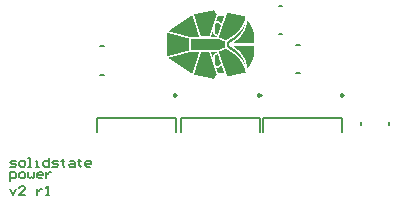
<source format=gto>
G04*
G04 #@! TF.GenerationSoftware,Altium Limited,Altium Designer,18.1.6 (161)*
G04*
G04 Layer_Color=16777215*
%FSLAX25Y25*%
%MOIN*%
G70*
G01*
G75*
%ADD10C,0.00984*%
%ADD11C,0.00787*%
%ADD12C,0.00500*%
G36*
X476309Y307744D02*
X476350D01*
Y307703D01*
X476330D01*
Y307642D01*
X476309D01*
Y307581D01*
X476289D01*
Y307541D01*
X476268D01*
Y307480D01*
X476248D01*
Y307418D01*
X476228D01*
Y307378D01*
X476207D01*
Y307317D01*
X476187D01*
Y307256D01*
X476167D01*
Y307215D01*
X476146D01*
Y307154D01*
X476126D01*
Y307093D01*
X476106D01*
Y307052D01*
X476085D01*
Y306991D01*
X476065D01*
Y306930D01*
X476045D01*
Y306889D01*
X476024D01*
Y306828D01*
X476004D01*
Y306767D01*
X475984D01*
Y306727D01*
X475963D01*
Y306665D01*
X475943D01*
Y306605D01*
X475922D01*
Y306564D01*
X475902D01*
Y306503D01*
X475882D01*
Y306442D01*
X475862D01*
Y306401D01*
X475841D01*
Y306340D01*
X475821D01*
Y306279D01*
X475801D01*
Y306238D01*
X475780D01*
Y306177D01*
X475760D01*
Y306116D01*
X475739D01*
Y306075D01*
X475719D01*
Y306014D01*
X475699D01*
Y305953D01*
X475678D01*
Y305913D01*
X475658D01*
Y305852D01*
X475638D01*
Y305790D01*
X475617D01*
Y305750D01*
X475597D01*
Y305689D01*
X475577D01*
Y305648D01*
X475556D01*
Y305587D01*
X475536D01*
Y305546D01*
X475516D01*
Y305485D01*
X475495D01*
Y305445D01*
X475475D01*
Y305383D01*
X475393D01*
Y305404D01*
X475353D01*
Y305424D01*
X475312D01*
Y305445D01*
X475292D01*
Y305465D01*
X475251D01*
Y305485D01*
X475231D01*
Y305505D01*
X475210D01*
Y305526D01*
X475170D01*
Y305546D01*
X475149D01*
Y305567D01*
X475129D01*
Y305587D01*
X475088D01*
Y305607D01*
X475068D01*
Y305628D01*
X475047D01*
Y305648D01*
X475027D01*
Y305668D01*
X474986D01*
Y305689D01*
X474966D01*
Y305709D01*
X474946D01*
Y305729D01*
X474925D01*
Y305750D01*
X474885D01*
Y305770D01*
X474864D01*
Y305790D01*
X474844D01*
Y305811D01*
X474824D01*
Y305831D01*
X474803D01*
Y305852D01*
X474763D01*
Y305872D01*
X474742D01*
Y305892D01*
X474722D01*
Y305913D01*
X474701D01*
Y305933D01*
X474681D01*
Y305953D01*
X474640D01*
Y305974D01*
X474620D01*
Y305994D01*
X474600D01*
Y306014D01*
X474579D01*
Y306035D01*
X474539D01*
Y306055D01*
X474518D01*
Y306075D01*
X474498D01*
Y306096D01*
X474478D01*
Y306116D01*
X474457D01*
Y306136D01*
X474417D01*
Y306157D01*
X474213D01*
Y306136D01*
X473664D01*
Y306177D01*
X473684D01*
Y306238D01*
X473704D01*
Y306299D01*
X473725D01*
Y306360D01*
X473745D01*
Y306421D01*
X473765D01*
Y306482D01*
X473786D01*
Y306543D01*
X473806D01*
Y306605D01*
X473826D01*
Y306665D01*
X473847D01*
Y306727D01*
X473867D01*
Y306788D01*
X473887D01*
Y306849D01*
X473908D01*
Y306910D01*
X473928D01*
Y306971D01*
X473948D01*
Y307032D01*
X473969D01*
Y307093D01*
X473989D01*
Y307154D01*
X474010D01*
Y307215D01*
X474030D01*
Y307256D01*
X474050D01*
Y307317D01*
X474071D01*
Y307357D01*
X474091D01*
Y307418D01*
X474111D01*
Y307459D01*
X474132D01*
Y307500D01*
X474152D01*
Y307541D01*
X474172D01*
Y307581D01*
X474193D01*
Y307602D01*
X474213D01*
Y307642D01*
X474254D01*
Y307663D01*
X474295D01*
Y307683D01*
X474518D01*
Y307703D01*
X474824D01*
Y307724D01*
X475210D01*
Y307744D01*
X475678D01*
Y307765D01*
X476309D01*
Y307744D01*
D02*
G37*
G36*
X474152Y305546D02*
X474193D01*
Y305526D01*
X474233D01*
Y305505D01*
X474274D01*
Y305485D01*
X474295D01*
Y305465D01*
X474335D01*
Y305445D01*
X474356D01*
Y305424D01*
X474396D01*
Y305404D01*
X474417D01*
Y305383D01*
X474437D01*
Y305363D01*
X474478D01*
Y305343D01*
X474498D01*
Y305322D01*
X474539D01*
Y305302D01*
X474559D01*
Y305282D01*
X474579D01*
Y305261D01*
X474600D01*
Y305241D01*
X474640D01*
Y305221D01*
X474661D01*
Y305200D01*
X474681D01*
Y305180D01*
X474701D01*
Y305160D01*
X474742D01*
Y305139D01*
X474763D01*
Y305119D01*
X474783D01*
Y305099D01*
X474803D01*
Y305078D01*
X474844D01*
Y305058D01*
X474864D01*
Y305037D01*
X474885D01*
Y305017D01*
X474905D01*
Y304997D01*
X474925D01*
Y304976D01*
X474966D01*
Y304956D01*
X474986D01*
Y304936D01*
X475007D01*
Y304915D01*
X475027D01*
Y304895D01*
X475068D01*
Y304875D01*
X475088D01*
Y304854D01*
X475108D01*
Y304834D01*
X475129D01*
Y304814D01*
X475149D01*
Y304793D01*
X475190D01*
Y304773D01*
X475210D01*
Y304753D01*
X475231D01*
Y304671D01*
X475210D01*
Y304610D01*
X475190D01*
Y304549D01*
X475170D01*
Y304488D01*
X475149D01*
Y304427D01*
X475129D01*
Y304366D01*
X475108D01*
Y304325D01*
X475088D01*
Y304264D01*
X475068D01*
Y304203D01*
X475047D01*
Y304142D01*
X475027D01*
Y304081D01*
X475007D01*
Y304020D01*
X474986D01*
Y303959D01*
X474966D01*
Y303898D01*
X474946D01*
Y303837D01*
X474925D01*
Y303776D01*
X474905D01*
Y303715D01*
X474885D01*
Y303654D01*
X474864D01*
Y303593D01*
X474844D01*
Y303552D01*
X474824D01*
Y303491D01*
X474803D01*
Y303430D01*
X474783D01*
Y303369D01*
X474763D01*
Y303308D01*
X474742D01*
Y303247D01*
X474722D01*
Y303186D01*
X474701D01*
Y303124D01*
X474681D01*
Y303063D01*
X474661D01*
Y303002D01*
X474640D01*
Y302941D01*
X474620D01*
Y302880D01*
X474600D01*
Y302819D01*
X474579D01*
Y302779D01*
X474559D01*
Y302717D01*
X474539D01*
Y302656D01*
X474518D01*
Y302595D01*
X474498D01*
Y302534D01*
X474478D01*
Y302473D01*
X474457D01*
Y302412D01*
X474437D01*
Y302351D01*
X474417D01*
Y302310D01*
X474396D01*
Y302249D01*
X474376D01*
Y302188D01*
X474356D01*
Y302127D01*
X474335D01*
Y302087D01*
X474315D01*
Y302026D01*
X474295D01*
Y301985D01*
X474274D01*
Y301924D01*
X474254D01*
Y301883D01*
X474233D01*
Y301842D01*
X474213D01*
Y301802D01*
X474193D01*
Y301761D01*
X474172D01*
Y301720D01*
X474152D01*
Y301680D01*
X474132D01*
Y301659D01*
X474111D01*
Y301619D01*
X474091D01*
Y301598D01*
X474071D01*
Y301578D01*
X474030D01*
Y301557D01*
X473989D01*
Y301537D01*
X473948D01*
Y301557D01*
X473887D01*
Y301578D01*
X473847D01*
Y301598D01*
X473806D01*
Y301619D01*
X473786D01*
Y301639D01*
X473745D01*
Y301659D01*
X473725D01*
Y301680D01*
X473704D01*
Y301700D01*
X473664D01*
Y301720D01*
X473643D01*
Y301741D01*
X473623D01*
Y301761D01*
X473602D01*
Y301781D01*
X473562D01*
Y301802D01*
X473541D01*
Y301822D01*
X473521D01*
Y301842D01*
X473501D01*
Y301863D01*
X473460D01*
Y301883D01*
X473440D01*
Y301903D01*
X473419D01*
Y301924D01*
X473399D01*
Y301944D01*
X473358D01*
Y301964D01*
X473338D01*
Y301985D01*
X473318D01*
Y302005D01*
X473297D01*
Y302026D01*
X473277D01*
Y302046D01*
X473236D01*
Y302066D01*
X473216D01*
Y302087D01*
X473196D01*
Y302107D01*
X473175D01*
Y304223D01*
X473196D01*
Y304610D01*
X473216D01*
Y304793D01*
X473236D01*
Y304875D01*
X473257D01*
Y304915D01*
X473277D01*
Y304956D01*
X473297D01*
Y304976D01*
X473318D01*
Y304997D01*
X473338D01*
Y305037D01*
X473358D01*
Y305058D01*
X473379D01*
Y305078D01*
X473399D01*
Y305099D01*
X473419D01*
Y305119D01*
X473440D01*
Y305139D01*
X473460D01*
Y305160D01*
X473481D01*
Y305180D01*
X473501D01*
Y305200D01*
X473521D01*
Y305221D01*
X473541D01*
Y305241D01*
X473582D01*
Y305261D01*
X473602D01*
Y305282D01*
X473623D01*
Y305302D01*
X473643D01*
Y305322D01*
X473664D01*
Y305343D01*
X473704D01*
Y305363D01*
X473725D01*
Y305383D01*
X473745D01*
Y305404D01*
X473786D01*
Y305424D01*
X473806D01*
Y305445D01*
X473847D01*
Y305465D01*
X473867D01*
Y305485D01*
X473908D01*
Y305505D01*
X473948D01*
Y305526D01*
X473969D01*
Y305546D01*
X474030D01*
Y305567D01*
X474152D01*
Y305546D01*
D02*
G37*
G36*
X472788Y309677D02*
X472809D01*
Y309657D01*
X472829D01*
Y309637D01*
X472850D01*
Y309616D01*
X472870D01*
Y309596D01*
X472890D01*
Y309576D01*
X472911D01*
Y309555D01*
X472931D01*
Y309535D01*
X472951D01*
Y309494D01*
X472972D01*
Y309474D01*
X472992D01*
Y309454D01*
X473012D01*
Y309433D01*
X473033D01*
Y309413D01*
X473053D01*
Y309392D01*
X473073D01*
Y309372D01*
X473094D01*
Y309331D01*
X473114D01*
Y309311D01*
X473135D01*
Y309291D01*
X473155D01*
Y309270D01*
X473175D01*
Y309230D01*
X473196D01*
Y309209D01*
X473216D01*
Y309189D01*
X473236D01*
Y309169D01*
X473257D01*
Y309148D01*
X473277D01*
Y309108D01*
X473297D01*
Y309087D01*
X473318D01*
Y309067D01*
X473338D01*
Y309047D01*
X473358D01*
Y309006D01*
X473379D01*
Y308985D01*
X473399D01*
Y308965D01*
X473419D01*
Y308924D01*
X473440D01*
Y308904D01*
X473460D01*
Y308884D01*
X473481D01*
Y308863D01*
X473501D01*
Y308823D01*
X473521D01*
Y308802D01*
X473541D01*
Y308782D01*
X473562D01*
Y308762D01*
X473582D01*
Y308721D01*
X473602D01*
Y308701D01*
X473623D01*
Y308680D01*
X473643D01*
Y308660D01*
X473664D01*
Y308619D01*
X473684D01*
Y308599D01*
X473704D01*
Y308578D01*
X473725D01*
Y308538D01*
X473745D01*
Y308517D01*
X473765D01*
Y308497D01*
X473786D01*
Y308477D01*
X473806D01*
Y308436D01*
X473826D01*
Y308355D01*
X473806D01*
Y308294D01*
X473786D01*
Y308232D01*
X473765D01*
Y308172D01*
X473745D01*
Y308110D01*
X473725D01*
Y308049D01*
X473704D01*
Y307988D01*
X473684D01*
Y307927D01*
X473664D01*
Y307866D01*
X473643D01*
Y307805D01*
X473623D01*
Y307744D01*
X473602D01*
Y307683D01*
X473582D01*
Y307622D01*
X473562D01*
Y307561D01*
X473541D01*
Y307500D01*
X473521D01*
Y307439D01*
X473501D01*
Y307378D01*
X473481D01*
Y307317D01*
X473460D01*
Y307256D01*
X473440D01*
Y307195D01*
X473419D01*
Y307134D01*
X473399D01*
Y307073D01*
X473379D01*
Y307032D01*
X473358D01*
Y306971D01*
X473338D01*
Y306910D01*
X473318D01*
Y306849D01*
X473297D01*
Y306788D01*
X473277D01*
Y306727D01*
X473257D01*
Y306665D01*
X473236D01*
Y306605D01*
X473216D01*
Y306543D01*
X473196D01*
Y306482D01*
X473175D01*
Y306421D01*
X473155D01*
Y306360D01*
X473135D01*
Y306299D01*
X473114D01*
Y306238D01*
X473094D01*
Y306177D01*
X473073D01*
Y306116D01*
X473053D01*
Y306055D01*
X473033D01*
Y305994D01*
X473012D01*
Y305933D01*
X472992D01*
Y305872D01*
X472972D01*
Y305811D01*
X472951D01*
Y305750D01*
X472931D01*
Y305689D01*
X472911D01*
Y305628D01*
X472890D01*
Y305567D01*
X472870D01*
Y305505D01*
X472850D01*
Y305445D01*
X472829D01*
Y305404D01*
X472809D01*
Y305322D01*
X472788D01*
Y305282D01*
X472768D01*
Y305221D01*
X472748D01*
Y305160D01*
X472727D01*
Y305099D01*
X472707D01*
Y305037D01*
X472687D01*
Y304976D01*
X472666D01*
Y304915D01*
X472646D01*
Y304854D01*
X472626D01*
Y304793D01*
X472605D01*
Y304732D01*
X472585D01*
Y304671D01*
X472565D01*
Y304610D01*
X472544D01*
Y304549D01*
X472524D01*
Y304488D01*
X472504D01*
Y304427D01*
X472483D01*
Y304366D01*
X472463D01*
Y304305D01*
X472443D01*
Y304244D01*
X472422D01*
Y304183D01*
X472402D01*
Y304122D01*
X472381D01*
Y304061D01*
X472361D01*
Y304000D01*
X472341D01*
Y303939D01*
X472321D01*
Y303877D01*
X472300D01*
Y303816D01*
X472280D01*
Y303755D01*
X472259D01*
Y303694D01*
X472239D01*
Y303633D01*
X472219D01*
Y303572D01*
X472198D01*
Y303511D01*
X472178D01*
Y303450D01*
X472158D01*
Y303389D01*
X472137D01*
Y303348D01*
X472117D01*
Y303287D01*
X472097D01*
Y303226D01*
X472076D01*
Y303165D01*
X472056D01*
Y303104D01*
X472036D01*
Y303043D01*
X472015D01*
Y302982D01*
X471995D01*
Y302921D01*
X471975D01*
Y302860D01*
X471954D01*
Y302799D01*
X471934D01*
Y302738D01*
X471913D01*
Y302677D01*
X471893D01*
Y302616D01*
X471873D01*
Y302555D01*
X471852D01*
Y302494D01*
X471832D01*
Y302433D01*
X471812D01*
Y302372D01*
X471791D01*
Y302310D01*
X471771D01*
Y302249D01*
X471751D01*
Y302188D01*
X471730D01*
Y302127D01*
X471710D01*
Y302066D01*
X471690D01*
Y302005D01*
X471669D01*
Y301944D01*
X471649D01*
Y301883D01*
X471629D01*
Y301822D01*
X471608D01*
Y301761D01*
X471588D01*
Y301700D01*
X471567D01*
Y301639D01*
X471547D01*
Y301578D01*
X471527D01*
Y301537D01*
X471506D01*
Y301476D01*
X471486D01*
Y301415D01*
X471466D01*
Y301354D01*
X471445D01*
Y301293D01*
X471425D01*
Y301232D01*
X471405D01*
Y301171D01*
X471384D01*
Y301110D01*
X471364D01*
Y301049D01*
X471344D01*
Y301028D01*
X469777D01*
Y301008D01*
X468515D01*
Y301049D01*
X468495D01*
Y301089D01*
X468474D01*
Y301171D01*
X468454D01*
Y301232D01*
X468434D01*
Y301293D01*
X468413D01*
Y301354D01*
X468393D01*
Y301415D01*
X468372D01*
Y301476D01*
X468352D01*
Y301557D01*
X468332D01*
Y301619D01*
X468311D01*
Y301680D01*
X468291D01*
Y301741D01*
X468271D01*
Y301802D01*
X468250D01*
Y301883D01*
X468230D01*
Y301944D01*
X468210D01*
Y302005D01*
X468189D01*
Y302066D01*
X468169D01*
Y302127D01*
X468149D01*
Y302209D01*
X468128D01*
Y302270D01*
X468108D01*
Y302331D01*
X468087D01*
Y302392D01*
X468067D01*
Y302453D01*
X468047D01*
Y302514D01*
X468026D01*
Y302595D01*
X468006D01*
Y302656D01*
X467986D01*
Y302717D01*
X467965D01*
Y302779D01*
X467945D01*
Y302840D01*
X467925D01*
Y302921D01*
X467904D01*
Y302982D01*
X467884D01*
Y303043D01*
X467864D01*
Y303104D01*
X467843D01*
Y303165D01*
X467823D01*
Y303226D01*
X467803D01*
Y303308D01*
X467782D01*
Y303369D01*
X467762D01*
Y303430D01*
X467742D01*
Y303491D01*
X467721D01*
Y303552D01*
X467701D01*
Y303633D01*
X467681D01*
Y303694D01*
X467660D01*
Y303755D01*
X467640D01*
Y303816D01*
X467619D01*
Y303877D01*
X467599D01*
Y303959D01*
X467579D01*
Y304020D01*
X467558D01*
Y304081D01*
X467538D01*
Y304142D01*
X467518D01*
Y304203D01*
X467497D01*
Y304264D01*
X467477D01*
Y304345D01*
X467457D01*
Y304407D01*
X467436D01*
Y304468D01*
X467416D01*
Y304529D01*
X467396D01*
Y304590D01*
X467375D01*
Y304671D01*
X467355D01*
Y304732D01*
X467335D01*
Y304793D01*
X467314D01*
Y304854D01*
X467294D01*
Y304915D01*
X467274D01*
Y304997D01*
X467253D01*
Y305058D01*
X467233D01*
Y305119D01*
X467212D01*
Y305180D01*
X467192D01*
Y305241D01*
X467172D01*
Y305322D01*
X467151D01*
Y305383D01*
X467131D01*
Y305445D01*
X467111D01*
Y305505D01*
X467090D01*
Y305567D01*
X467070D01*
Y305628D01*
X467050D01*
Y305709D01*
X467029D01*
Y305770D01*
X467009D01*
Y305831D01*
X466989D01*
Y305892D01*
X466968D01*
Y305953D01*
X466948D01*
Y306035D01*
X466927D01*
Y306096D01*
X466907D01*
Y306157D01*
X466887D01*
Y306218D01*
X466866D01*
Y306279D01*
X466846D01*
Y306360D01*
X466826D01*
Y306421D01*
X466805D01*
Y306482D01*
X466785D01*
Y306543D01*
X466765D01*
Y306605D01*
X466744D01*
Y306686D01*
X466724D01*
Y306747D01*
X466704D01*
Y306808D01*
X466683D01*
Y306869D01*
X466663D01*
Y306930D01*
X466643D01*
Y307012D01*
X466622D01*
Y307073D01*
X466602D01*
Y307134D01*
X466582D01*
Y307195D01*
X466561D01*
Y307256D01*
X466541D01*
Y307317D01*
X466521D01*
Y307398D01*
X466500D01*
Y307459D01*
X466480D01*
Y307520D01*
X466460D01*
Y307581D01*
X466439D01*
Y307642D01*
X466419D01*
Y307724D01*
X466398D01*
Y307785D01*
X466378D01*
Y307846D01*
X466358D01*
Y307907D01*
X466337D01*
Y307968D01*
X466317D01*
Y308049D01*
X466297D01*
Y308110D01*
X466276D01*
Y308172D01*
X466256D01*
Y308232D01*
X466236D01*
Y308314D01*
X466215D01*
Y308355D01*
X466236D01*
Y308375D01*
X466297D01*
Y308395D01*
X466398D01*
Y308416D01*
X466500D01*
Y308436D01*
X466602D01*
Y308456D01*
X466704D01*
Y308477D01*
X466805D01*
Y308497D01*
X466907D01*
Y308517D01*
X467009D01*
Y308538D01*
X467111D01*
Y308558D01*
X467212D01*
Y308578D01*
X467314D01*
Y308599D01*
X467416D01*
Y308619D01*
X467497D01*
Y308640D01*
X467599D01*
Y308660D01*
X467701D01*
Y308680D01*
X467803D01*
Y308701D01*
X467904D01*
Y308721D01*
X467986D01*
Y308741D01*
X468087D01*
Y308762D01*
X468189D01*
Y308782D01*
X468291D01*
Y308802D01*
X468393D01*
Y308823D01*
X468495D01*
Y308843D01*
X468576D01*
Y308863D01*
X468678D01*
Y308884D01*
X468779D01*
Y308904D01*
X468881D01*
Y308924D01*
X468983D01*
Y308945D01*
X469085D01*
Y308965D01*
X469166D01*
Y308985D01*
X469268D01*
Y309006D01*
X469370D01*
Y309026D01*
X469471D01*
Y309047D01*
X469573D01*
Y309067D01*
X469675D01*
Y309087D01*
X469756D01*
Y309108D01*
X469858D01*
Y309128D01*
X469960D01*
Y309148D01*
X470061D01*
Y309169D01*
X470163D01*
Y309189D01*
X470265D01*
Y309209D01*
X470346D01*
Y309230D01*
X470448D01*
Y309250D01*
X470550D01*
Y309270D01*
X470652D01*
Y309291D01*
X470753D01*
Y309311D01*
X470855D01*
Y309331D01*
X470937D01*
Y309352D01*
X471038D01*
Y309372D01*
X471140D01*
Y309392D01*
X471242D01*
Y309413D01*
X471344D01*
Y309433D01*
X471445D01*
Y309454D01*
X471527D01*
Y309474D01*
X471629D01*
Y309494D01*
X471730D01*
Y309515D01*
X471832D01*
Y309535D01*
X471934D01*
Y309555D01*
X472036D01*
Y309576D01*
X472137D01*
Y309596D01*
X472239D01*
Y309616D01*
X472341D01*
Y309637D01*
X472443D01*
Y309657D01*
X472544D01*
Y309677D01*
X472646D01*
Y309698D01*
X472788D01*
Y309677D01*
D02*
G37*
G36*
X465686Y308070D02*
X465706D01*
Y308009D01*
X465727D01*
Y307948D01*
X465747D01*
Y307887D01*
X465767D01*
Y307825D01*
X465788D01*
Y307765D01*
X465808D01*
Y307703D01*
X465829D01*
Y307642D01*
X465849D01*
Y307561D01*
X465869D01*
Y307500D01*
X465890D01*
Y307439D01*
X465910D01*
Y307378D01*
X465930D01*
Y307317D01*
X465951D01*
Y307256D01*
X465971D01*
Y307195D01*
X465991D01*
Y307113D01*
X466012D01*
Y307052D01*
X466032D01*
Y306991D01*
X466052D01*
Y306930D01*
X466073D01*
Y306869D01*
X466093D01*
Y306808D01*
X466114D01*
Y306727D01*
X466134D01*
Y306665D01*
X466154D01*
Y306605D01*
X466175D01*
Y306543D01*
X466195D01*
Y306482D01*
X466215D01*
Y306401D01*
X466236D01*
Y306340D01*
X466256D01*
Y306279D01*
X466276D01*
Y306218D01*
X466297D01*
Y306157D01*
X466317D01*
Y306075D01*
X466337D01*
Y306014D01*
X466358D01*
Y305953D01*
X466378D01*
Y305892D01*
X466398D01*
Y305831D01*
X466419D01*
Y305770D01*
X466439D01*
Y305689D01*
X466460D01*
Y305628D01*
X466480D01*
Y305567D01*
X466500D01*
Y305505D01*
X466521D01*
Y305445D01*
X466541D01*
Y305363D01*
X466561D01*
Y305302D01*
X466582D01*
Y305241D01*
X466602D01*
Y305180D01*
X466622D01*
Y305119D01*
X466643D01*
Y305037D01*
X466663D01*
Y304976D01*
X466683D01*
Y304915D01*
X466704D01*
Y304854D01*
X466724D01*
Y304793D01*
X466744D01*
Y304732D01*
X466765D01*
Y304651D01*
X466785D01*
Y304590D01*
X466805D01*
Y304529D01*
X466826D01*
Y304468D01*
X466846D01*
Y304407D01*
X466866D01*
Y304325D01*
X466887D01*
Y304264D01*
X466907D01*
Y304203D01*
X466927D01*
Y304142D01*
X466948D01*
Y304061D01*
X466968D01*
Y304000D01*
X466989D01*
Y303939D01*
X467009D01*
Y303877D01*
X467029D01*
Y303816D01*
X467050D01*
Y303735D01*
X467070D01*
Y303674D01*
X467090D01*
Y303613D01*
X467111D01*
Y303552D01*
X467131D01*
Y303491D01*
X467151D01*
Y303409D01*
X467172D01*
Y303348D01*
X467192D01*
Y303287D01*
X467212D01*
Y303226D01*
X467233D01*
Y303165D01*
X467253D01*
Y303084D01*
X467274D01*
Y303023D01*
X467294D01*
Y302962D01*
X467314D01*
Y302901D01*
X467335D01*
Y302819D01*
X467355D01*
Y302758D01*
X467375D01*
Y302697D01*
X467396D01*
Y302636D01*
X467416D01*
Y302575D01*
X467436D01*
Y302494D01*
X467457D01*
Y302433D01*
X467477D01*
Y302372D01*
X467497D01*
Y302310D01*
X467518D01*
Y302249D01*
X467538D01*
Y302168D01*
X467558D01*
Y302107D01*
X467579D01*
Y302046D01*
X467599D01*
Y301985D01*
X467619D01*
Y301903D01*
X467640D01*
Y301842D01*
X467660D01*
Y301781D01*
X467681D01*
Y301720D01*
X467701D01*
Y301639D01*
X467721D01*
Y301578D01*
X467742D01*
Y301517D01*
X467762D01*
Y301456D01*
X467782D01*
Y301395D01*
X467803D01*
Y301313D01*
X467823D01*
Y301252D01*
X467843D01*
Y301191D01*
X467864D01*
Y301110D01*
X467884D01*
Y301049D01*
X467904D01*
Y300967D01*
X467843D01*
Y300947D01*
X467579D01*
Y300927D01*
X467274D01*
Y300906D01*
X466968D01*
Y300886D01*
X466663D01*
Y300866D01*
X466337D01*
Y300845D01*
X466012D01*
Y300825D01*
X465686D01*
Y300804D01*
X465381D01*
Y300784D01*
X465015D01*
Y300804D01*
X464933D01*
Y300825D01*
X464852D01*
Y300845D01*
X464770D01*
Y300866D01*
X464689D01*
Y300886D01*
X464628D01*
Y300906D01*
X464546D01*
Y300927D01*
X464465D01*
Y300947D01*
X464384D01*
Y300967D01*
X464302D01*
Y300988D01*
X464241D01*
Y301008D01*
X464160D01*
Y301028D01*
X464078D01*
Y301049D01*
X463997D01*
Y301069D01*
X463916D01*
Y301089D01*
X463855D01*
Y301110D01*
X463773D01*
Y301130D01*
X463692D01*
Y301150D01*
X463610D01*
Y301171D01*
X463529D01*
Y301191D01*
X463448D01*
Y301212D01*
X463386D01*
Y301232D01*
X463305D01*
Y301252D01*
X463224D01*
Y301273D01*
X463142D01*
Y301293D01*
X463061D01*
Y301313D01*
X463000D01*
Y301334D01*
X462918D01*
Y301354D01*
X462837D01*
Y301374D01*
X462756D01*
Y301395D01*
X462674D01*
Y301415D01*
X462613D01*
Y301435D01*
X462532D01*
Y301456D01*
X462450D01*
Y301476D01*
X462369D01*
Y301497D01*
X462288D01*
Y301517D01*
X462226D01*
Y301537D01*
X462145D01*
Y301557D01*
X462064D01*
Y301578D01*
X461982D01*
Y301598D01*
X461901D01*
Y301619D01*
X461820D01*
Y301639D01*
X461758D01*
Y301659D01*
X461677D01*
Y301680D01*
X461596D01*
Y301700D01*
X461514D01*
Y301720D01*
X461433D01*
Y301741D01*
X461372D01*
Y301761D01*
X461290D01*
Y301781D01*
X461209D01*
Y301802D01*
X461128D01*
Y301822D01*
X461046D01*
Y301842D01*
X460985D01*
Y301863D01*
X460904D01*
Y301883D01*
X460822D01*
Y301903D01*
X460741D01*
Y301924D01*
X460660D01*
Y301944D01*
X460598D01*
Y301964D01*
X460517D01*
Y301985D01*
X460436D01*
Y302005D01*
X460354D01*
Y302026D01*
X460273D01*
Y302046D01*
X460212D01*
Y302066D01*
X460130D01*
Y302087D01*
X460049D01*
Y302107D01*
X459968D01*
Y302127D01*
X459886D01*
Y302148D01*
X459825D01*
Y302168D01*
X459744D01*
Y302188D01*
X459662D01*
Y302209D01*
X459581D01*
Y302229D01*
X459500D01*
Y302249D01*
X459439D01*
Y302270D01*
X459357D01*
Y302290D01*
X459276D01*
Y302310D01*
X459194D01*
Y302331D01*
X459113D01*
Y302351D01*
X459052D01*
Y302372D01*
X458970D01*
Y302392D01*
X458889D01*
Y302412D01*
X458808D01*
Y302433D01*
X458726D01*
Y302453D01*
X458665D01*
Y302473D01*
X458584D01*
Y302494D01*
X458502D01*
Y302514D01*
X458421D01*
Y302534D01*
X458360D01*
Y302555D01*
X458278D01*
Y302575D01*
X458197D01*
Y302595D01*
X458116D01*
Y302616D01*
X458055D01*
Y302636D01*
X457973D01*
Y302656D01*
X457892D01*
Y302677D01*
X457831D01*
Y302697D01*
X457749D01*
Y302717D01*
X457709D01*
Y302738D01*
X457749D01*
Y302758D01*
X457770D01*
Y302779D01*
X457790D01*
Y302799D01*
X457831D01*
Y302819D01*
X457851D01*
Y302840D01*
X457892D01*
Y302860D01*
X457912D01*
Y302880D01*
X457953D01*
Y302901D01*
X457973D01*
Y302921D01*
X458014D01*
Y302941D01*
X458034D01*
Y302962D01*
X458075D01*
Y302982D01*
X458095D01*
Y303002D01*
X458136D01*
Y303023D01*
X458156D01*
Y303043D01*
X458177D01*
Y303063D01*
X458217D01*
Y303084D01*
X458238D01*
Y303104D01*
X458278D01*
Y303124D01*
X458299D01*
Y303145D01*
X458340D01*
Y303165D01*
X458360D01*
Y303186D01*
X458400D01*
Y303206D01*
X458421D01*
Y303226D01*
X458462D01*
Y303247D01*
X458482D01*
Y303267D01*
X458523D01*
Y303287D01*
X458543D01*
Y303308D01*
X458584D01*
Y303328D01*
X458604D01*
Y303348D01*
X458624D01*
Y303369D01*
X458665D01*
Y303389D01*
X458685D01*
Y303409D01*
X458726D01*
Y303430D01*
X458746D01*
Y303450D01*
X458787D01*
Y303470D01*
X458808D01*
Y303491D01*
X458848D01*
Y303511D01*
X458869D01*
Y303532D01*
X458909D01*
Y303552D01*
X458930D01*
Y303572D01*
X458970D01*
Y303593D01*
X458991D01*
Y303613D01*
X459031D01*
Y303633D01*
X459052D01*
Y303654D01*
X459093D01*
Y303674D01*
X459113D01*
Y303694D01*
X459154D01*
Y303715D01*
X459174D01*
Y303735D01*
X459215D01*
Y303755D01*
X459235D01*
Y303776D01*
X459255D01*
Y303796D01*
X459296D01*
Y303816D01*
X459316D01*
Y303837D01*
X459357D01*
Y303857D01*
X459377D01*
Y303877D01*
X459418D01*
Y303898D01*
X459439D01*
Y303918D01*
X459479D01*
Y303939D01*
X459500D01*
Y303959D01*
X459540D01*
Y303979D01*
X459560D01*
Y304000D01*
X459601D01*
Y304020D01*
X459622D01*
Y304040D01*
X459662D01*
Y304061D01*
X459683D01*
Y304081D01*
X459723D01*
Y304101D01*
X459744D01*
Y304122D01*
X459784D01*
Y304142D01*
X459805D01*
Y304162D01*
X459845D01*
Y304183D01*
X459866D01*
Y304203D01*
X459906D01*
Y304223D01*
X459927D01*
Y304244D01*
X459947D01*
Y304264D01*
X459988D01*
Y304285D01*
X460008D01*
Y304305D01*
X460049D01*
Y304325D01*
X460069D01*
Y304345D01*
X460110D01*
Y304366D01*
X460130D01*
Y304386D01*
X460171D01*
Y304407D01*
X460191D01*
Y304427D01*
X460232D01*
Y304447D01*
X460253D01*
Y304468D01*
X460293D01*
Y304488D01*
X460314D01*
Y304508D01*
X460354D01*
Y304529D01*
X460375D01*
Y304549D01*
X460415D01*
Y304569D01*
X460436D01*
Y304590D01*
X460476D01*
Y304610D01*
X460497D01*
Y304630D01*
X460537D01*
Y304651D01*
X460558D01*
Y304671D01*
X460598D01*
Y304692D01*
X460619D01*
Y304712D01*
X460660D01*
Y304732D01*
X460680D01*
Y304753D01*
X460700D01*
Y304773D01*
X460741D01*
Y304793D01*
X460761D01*
Y304814D01*
X460802D01*
Y304834D01*
X460822D01*
Y304854D01*
X460863D01*
Y304875D01*
X460883D01*
Y304895D01*
X460924D01*
Y304915D01*
X460944D01*
Y304936D01*
X460985D01*
Y304956D01*
X461005D01*
Y304976D01*
X461046D01*
Y304997D01*
X461066D01*
Y305017D01*
X461107D01*
Y305037D01*
X461128D01*
Y305058D01*
X461168D01*
Y305078D01*
X461189D01*
Y305099D01*
X461229D01*
Y305119D01*
X461250D01*
Y305139D01*
X461290D01*
Y305160D01*
X461311D01*
Y305180D01*
X461351D01*
Y305200D01*
X461372D01*
Y305221D01*
X461392D01*
Y305241D01*
X461433D01*
Y305261D01*
X461453D01*
Y305282D01*
X461494D01*
Y305302D01*
X461514D01*
Y305322D01*
X461555D01*
Y305343D01*
X461575D01*
Y305363D01*
X461616D01*
Y305383D01*
X461636D01*
Y305404D01*
X461677D01*
Y305424D01*
X461697D01*
Y305445D01*
X461738D01*
Y305465D01*
X461758D01*
Y305485D01*
X461799D01*
Y305505D01*
X461820D01*
Y305526D01*
X461860D01*
Y305546D01*
X461880D01*
Y305567D01*
X461921D01*
Y305587D01*
X461942D01*
Y305607D01*
X461982D01*
Y305628D01*
X462003D01*
Y305648D01*
X462043D01*
Y305668D01*
X462064D01*
Y305689D01*
X462104D01*
Y305709D01*
X462125D01*
Y305729D01*
X462165D01*
Y305750D01*
X462186D01*
Y305770D01*
X462226D01*
Y305790D01*
X462247D01*
Y305811D01*
X462288D01*
Y305831D01*
X462308D01*
Y305852D01*
X462349D01*
Y305872D01*
X462369D01*
Y305892D01*
X462389D01*
Y305913D01*
X462430D01*
Y305933D01*
X462450D01*
Y305953D01*
X462491D01*
Y305974D01*
X462511D01*
Y305994D01*
X462552D01*
Y306014D01*
X462572D01*
Y306035D01*
X462613D01*
Y306055D01*
X462634D01*
Y306075D01*
X462674D01*
Y306096D01*
X462695D01*
Y306116D01*
X462735D01*
Y306136D01*
X462756D01*
Y306157D01*
X462796D01*
Y306177D01*
X462817D01*
Y306197D01*
X462857D01*
Y306218D01*
X462878D01*
Y306238D01*
X462918D01*
Y306259D01*
X462939D01*
Y306279D01*
X462980D01*
Y306299D01*
X463000D01*
Y306319D01*
X463040D01*
Y306340D01*
X463061D01*
Y306360D01*
X463102D01*
Y306381D01*
X463122D01*
Y306401D01*
X463163D01*
Y306421D01*
X463183D01*
Y306442D01*
X463224D01*
Y306462D01*
X463244D01*
Y306482D01*
X463285D01*
Y306503D01*
X463305D01*
Y306523D01*
X463346D01*
Y306543D01*
X463366D01*
Y306564D01*
X463407D01*
Y306584D01*
X463427D01*
Y306605D01*
X463468D01*
Y306625D01*
X463488D01*
Y306645D01*
X463529D01*
Y306665D01*
X463549D01*
Y306686D01*
X463590D01*
Y306706D01*
X463610D01*
Y306727D01*
X463631D01*
Y306747D01*
X463671D01*
Y306767D01*
X463692D01*
Y306788D01*
X463732D01*
Y306808D01*
X463753D01*
Y306828D01*
X463794D01*
Y306849D01*
X463814D01*
Y306869D01*
X463855D01*
Y306889D01*
X463875D01*
Y306910D01*
X463916D01*
Y306930D01*
X463936D01*
Y306950D01*
X463977D01*
Y306971D01*
X463997D01*
Y306991D01*
X464038D01*
Y307012D01*
X464058D01*
Y307032D01*
X464099D01*
Y307052D01*
X464119D01*
Y307073D01*
X464160D01*
Y307093D01*
X464180D01*
Y307113D01*
X464221D01*
Y307134D01*
X464241D01*
Y307154D01*
X464282D01*
Y307174D01*
X464302D01*
Y307195D01*
X464343D01*
Y307215D01*
X464363D01*
Y307235D01*
X464404D01*
Y307256D01*
X464424D01*
Y307276D01*
X464465D01*
Y307296D01*
X464485D01*
Y307317D01*
X464526D01*
Y307337D01*
X464546D01*
Y307357D01*
X464587D01*
Y307378D01*
X464607D01*
Y307398D01*
X464648D01*
Y307418D01*
X464669D01*
Y307439D01*
X464709D01*
Y307459D01*
X464730D01*
Y307480D01*
X464770D01*
Y307500D01*
X464791D01*
Y307520D01*
X464831D01*
Y307541D01*
X464852D01*
Y307561D01*
X464892D01*
Y307581D01*
X464913D01*
Y307602D01*
X464954D01*
Y307622D01*
X464974D01*
Y307642D01*
X465015D01*
Y307663D01*
X465035D01*
Y307683D01*
X465076D01*
Y307703D01*
X465096D01*
Y307724D01*
X465137D01*
Y307744D01*
X465157D01*
Y307765D01*
X465198D01*
Y307785D01*
X465218D01*
Y307805D01*
X465259D01*
Y307825D01*
X465279D01*
Y307846D01*
X465320D01*
Y307866D01*
X465340D01*
Y307887D01*
X465381D01*
Y307907D01*
X465401D01*
Y307927D01*
X465442D01*
Y307948D01*
X465462D01*
Y307968D01*
X465503D01*
Y307988D01*
X465523D01*
Y308009D01*
X465564D01*
Y308029D01*
X465584D01*
Y308049D01*
X465625D01*
Y308070D01*
X465645D01*
Y308090D01*
X465686D01*
Y308070D01*
D02*
G37*
G36*
X472605Y301842D02*
X472626D01*
Y301822D01*
X472646D01*
Y301802D01*
X472666D01*
Y301781D01*
X472707D01*
Y301761D01*
X472727D01*
Y301741D01*
X472748D01*
Y301720D01*
X472768D01*
Y301700D01*
X472809D01*
Y301680D01*
X472829D01*
Y301659D01*
X472850D01*
Y301639D01*
X472870D01*
Y301619D01*
X472911D01*
Y301598D01*
X472931D01*
Y301578D01*
X472951D01*
Y301557D01*
X472972D01*
Y301537D01*
X472992D01*
Y301517D01*
X473033D01*
Y301497D01*
X473053D01*
Y301476D01*
X473073D01*
Y301456D01*
X473094D01*
Y301435D01*
X473135D01*
Y301415D01*
X473155D01*
Y301395D01*
X473175D01*
Y301374D01*
X473196D01*
Y301354D01*
X473236D01*
Y301334D01*
X473257D01*
Y301313D01*
X473277D01*
Y301293D01*
X473297D01*
Y301273D01*
X473338D01*
Y301252D01*
X473358D01*
Y301232D01*
X473379D01*
Y301212D01*
X473419D01*
Y301191D01*
X473440D01*
Y301171D01*
X473481D01*
Y301150D01*
X473501D01*
Y301130D01*
X473541D01*
Y301110D01*
X473562D01*
Y301089D01*
X473602D01*
Y301069D01*
X473623D01*
Y301049D01*
X473664D01*
Y301028D01*
X473704D01*
Y301008D01*
X473765D01*
Y300988D01*
X473928D01*
Y300967D01*
X473948D01*
Y300947D01*
X473969D01*
Y300886D01*
X473948D01*
Y300845D01*
X473928D01*
Y300825D01*
X473908D01*
Y300804D01*
X473867D01*
Y300784D01*
X473684D01*
Y300764D01*
X471893D01*
Y300784D01*
X471852D01*
Y300825D01*
X471873D01*
Y300886D01*
X471893D01*
Y300927D01*
X471913D01*
Y300988D01*
X471934D01*
Y301049D01*
X471954D01*
Y301110D01*
X471975D01*
Y301171D01*
X471995D01*
Y301232D01*
X472015D01*
Y301293D01*
X472036D01*
Y301354D01*
X472056D01*
Y301415D01*
X472076D01*
Y301476D01*
X472097D01*
Y301537D01*
X472117D01*
Y301598D01*
X472137D01*
Y301659D01*
X472158D01*
Y301700D01*
X472178D01*
Y301761D01*
X472198D01*
Y301822D01*
X472219D01*
Y301883D01*
X472239D01*
Y301944D01*
X472259D01*
Y302005D01*
X472280D01*
Y302066D01*
X472300D01*
Y302127D01*
X472321D01*
Y302188D01*
X472341D01*
Y302249D01*
X472361D01*
Y302310D01*
X472381D01*
Y302372D01*
X472402D01*
Y302412D01*
X472422D01*
Y302473D01*
X472443D01*
Y302534D01*
X472463D01*
Y302595D01*
X472483D01*
Y302656D01*
X472504D01*
Y302717D01*
X472524D01*
Y302779D01*
X472544D01*
Y302840D01*
X472565D01*
Y302901D01*
X472585D01*
Y302962D01*
X472605D01*
Y301842D01*
D02*
G37*
G36*
X477449Y308884D02*
X477571D01*
Y308863D01*
X477693D01*
Y308843D01*
X477795D01*
Y308823D01*
X477897D01*
Y308802D01*
X477998D01*
Y308782D01*
X478120D01*
Y308762D01*
X478222D01*
Y308741D01*
X478324D01*
Y308721D01*
X478426D01*
Y308701D01*
X478527D01*
Y308680D01*
X478629D01*
Y308660D01*
X478731D01*
Y308640D01*
X478833D01*
Y308619D01*
X478934D01*
Y308599D01*
X479036D01*
Y308578D01*
X479138D01*
Y308558D01*
X479240D01*
Y308538D01*
X479341D01*
Y308517D01*
X479423D01*
Y308497D01*
X479525D01*
Y308477D01*
X479626D01*
Y308456D01*
X479728D01*
Y308436D01*
X479830D01*
Y308416D01*
X479932D01*
Y308395D01*
X480033D01*
Y308375D01*
X480115D01*
Y308355D01*
X480217D01*
Y308334D01*
X480318D01*
Y308314D01*
X480420D01*
Y308294D01*
X480522D01*
Y308273D01*
X480624D01*
Y308253D01*
X480705D01*
Y308232D01*
X480807D01*
Y308212D01*
X480908D01*
Y308192D01*
X481010D01*
Y308172D01*
X481092D01*
Y308151D01*
X481193D01*
Y308131D01*
X481295D01*
Y308110D01*
X481397D01*
Y308090D01*
X481478D01*
Y308070D01*
X481580D01*
Y308049D01*
X481682D01*
Y308029D01*
X481763D01*
Y308009D01*
X481865D01*
Y307988D01*
X481967D01*
Y307968D01*
X482048D01*
Y307948D01*
X482150D01*
Y307927D01*
X482252D01*
Y307907D01*
X482333D01*
Y307887D01*
X482435D01*
Y307866D01*
X482537D01*
Y307846D01*
X482618D01*
Y307825D01*
X482720D01*
Y307805D01*
X482801D01*
Y307785D01*
X482903D01*
Y307765D01*
X482984D01*
Y307744D01*
X483086D01*
Y307724D01*
X483167D01*
Y307703D01*
X483249D01*
Y307683D01*
X483330D01*
Y307663D01*
X483391D01*
Y307642D01*
X483412D01*
Y307439D01*
X483391D01*
Y307317D01*
X483371D01*
Y307215D01*
X483351D01*
Y307113D01*
X483330D01*
Y307032D01*
X483310D01*
Y306950D01*
X483289D01*
Y306869D01*
X483269D01*
Y306788D01*
X483249D01*
Y306706D01*
X483228D01*
Y306645D01*
X483208D01*
Y306564D01*
X483188D01*
Y306503D01*
X483167D01*
Y306421D01*
X483147D01*
Y306360D01*
X483127D01*
Y306299D01*
X483106D01*
Y306238D01*
X483086D01*
Y306177D01*
X483066D01*
Y306116D01*
X483045D01*
Y306055D01*
X483025D01*
Y305994D01*
X483005D01*
Y305953D01*
X482984D01*
Y305892D01*
X482964D01*
Y305852D01*
X482943D01*
Y305790D01*
X482923D01*
Y305750D01*
X482903D01*
Y305709D01*
X482882D01*
Y305648D01*
X482862D01*
Y305607D01*
X482842D01*
Y305567D01*
X482821D01*
Y305526D01*
X482801D01*
Y305465D01*
X482781D01*
Y305424D01*
X482760D01*
Y305383D01*
X482740D01*
Y305343D01*
X482720D01*
Y305302D01*
X482699D01*
Y305261D01*
X482679D01*
Y305221D01*
X482659D01*
Y305180D01*
X482638D01*
Y305139D01*
X482618D01*
Y305099D01*
X482598D01*
Y305058D01*
X482577D01*
Y305017D01*
X482557D01*
Y304976D01*
X482537D01*
Y304936D01*
X482516D01*
Y304895D01*
X482496D01*
Y304854D01*
X482476D01*
Y304814D01*
X482455D01*
Y304773D01*
X482435D01*
Y304753D01*
X482414D01*
Y304712D01*
X482394D01*
Y304671D01*
X482374D01*
Y304630D01*
X482353D01*
Y304590D01*
X482333D01*
Y304569D01*
X482313D01*
Y304529D01*
X482292D01*
Y304488D01*
X482272D01*
Y304447D01*
X482252D01*
Y304427D01*
X482231D01*
Y304386D01*
X482211D01*
Y304345D01*
X482191D01*
Y304325D01*
X482170D01*
Y304285D01*
X482150D01*
Y304244D01*
X482129D01*
Y304223D01*
X482109D01*
Y304183D01*
X482089D01*
Y304142D01*
X482068D01*
Y304122D01*
X482048D01*
Y304081D01*
X482028D01*
Y304061D01*
X482007D01*
Y304020D01*
X481987D01*
Y304000D01*
X481967D01*
Y303959D01*
X481946D01*
Y303939D01*
X481926D01*
Y303898D01*
X481906D01*
Y303877D01*
X481885D01*
Y303837D01*
X481865D01*
Y303816D01*
X481845D01*
Y303796D01*
X481824D01*
Y303755D01*
X481804D01*
Y303735D01*
X481784D01*
Y303694D01*
X481763D01*
Y303674D01*
X481743D01*
Y303654D01*
X481722D01*
Y303613D01*
X481702D01*
Y303593D01*
X481682D01*
Y303572D01*
X481661D01*
Y303552D01*
X481641D01*
Y303511D01*
X481621D01*
Y303491D01*
X481600D01*
Y303470D01*
X481580D01*
Y303430D01*
X481560D01*
Y303409D01*
X481539D01*
Y303389D01*
X481519D01*
Y303369D01*
X481499D01*
Y303348D01*
X481478D01*
Y303308D01*
X481458D01*
Y303287D01*
X481438D01*
Y303267D01*
X481417D01*
Y303247D01*
X481397D01*
Y303206D01*
X481377D01*
Y303186D01*
X481356D01*
Y303165D01*
X481336D01*
Y303145D01*
X481316D01*
Y303124D01*
X481295D01*
Y303104D01*
X481275D01*
Y303084D01*
X481254D01*
Y303043D01*
X481234D01*
Y303023D01*
X481214D01*
Y303002D01*
X481193D01*
Y302982D01*
X481173D01*
Y302962D01*
X481153D01*
Y302941D01*
X481132D01*
Y302921D01*
X481112D01*
Y302901D01*
X481092D01*
Y302880D01*
X481071D01*
Y302840D01*
X481051D01*
Y302819D01*
X481031D01*
Y302799D01*
X481010D01*
Y302779D01*
X480990D01*
Y302758D01*
X480969D01*
Y302738D01*
X480949D01*
Y302717D01*
X480929D01*
Y302697D01*
X480908D01*
Y302677D01*
X480888D01*
Y302656D01*
X480868D01*
Y302636D01*
X480847D01*
Y302616D01*
X480827D01*
Y302595D01*
X480807D01*
Y302575D01*
X480786D01*
Y302555D01*
X480766D01*
Y302534D01*
X480746D01*
Y302514D01*
X480725D01*
Y302494D01*
X480705D01*
Y302473D01*
X480685D01*
Y302453D01*
X480664D01*
Y302433D01*
X480644D01*
Y302412D01*
X480624D01*
Y302392D01*
X480603D01*
Y302372D01*
X480583D01*
Y302351D01*
X480562D01*
Y302331D01*
X480542D01*
Y302310D01*
X480522D01*
Y302290D01*
X480502D01*
Y302270D01*
X480481D01*
Y302249D01*
X480461D01*
Y302229D01*
X480440D01*
Y302209D01*
X480420D01*
Y302188D01*
X480400D01*
Y302168D01*
X480379D01*
Y302148D01*
X480359D01*
Y302127D01*
X480318D01*
Y302107D01*
X480298D01*
Y302087D01*
X480278D01*
Y302066D01*
X480257D01*
Y302046D01*
X480237D01*
Y302026D01*
X480217D01*
Y302005D01*
X480196D01*
Y301985D01*
X480176D01*
Y301964D01*
X480156D01*
Y301944D01*
X480115D01*
Y301924D01*
X480094D01*
Y301903D01*
X480074D01*
Y301883D01*
X480054D01*
Y301863D01*
X480033D01*
Y301842D01*
X480013D01*
Y301822D01*
X479972D01*
Y301802D01*
X479952D01*
Y301781D01*
X479932D01*
Y301761D01*
X479911D01*
Y301741D01*
X479891D01*
Y301720D01*
X479871D01*
Y301700D01*
X479830D01*
Y301680D01*
X479810D01*
Y301659D01*
X479789D01*
Y301639D01*
X479769D01*
Y301619D01*
X479748D01*
Y301598D01*
X479708D01*
Y301578D01*
X479687D01*
Y301557D01*
X479667D01*
Y301537D01*
X479647D01*
Y301517D01*
X479606D01*
Y301497D01*
X479586D01*
Y301476D01*
X479565D01*
Y301456D01*
X479545D01*
Y301435D01*
X479504D01*
Y301415D01*
X479484D01*
Y301395D01*
X479464D01*
Y301374D01*
X479423D01*
Y301354D01*
X479402D01*
Y301334D01*
X479382D01*
Y301313D01*
X479341D01*
Y301293D01*
X479321D01*
Y301273D01*
X479301D01*
Y301252D01*
X479260D01*
Y301232D01*
X479240D01*
Y301212D01*
X479219D01*
Y301191D01*
X479179D01*
Y301171D01*
X479158D01*
Y301150D01*
X479138D01*
Y301130D01*
X479097D01*
Y301110D01*
X479077D01*
Y301089D01*
X479036D01*
Y301069D01*
X479016D01*
Y301049D01*
X478996D01*
Y301028D01*
X478955D01*
Y301008D01*
X478934D01*
Y300988D01*
X478894D01*
Y300967D01*
X478873D01*
Y300947D01*
X478833D01*
Y300927D01*
X478812D01*
Y300906D01*
X478772D01*
Y300886D01*
X478751D01*
Y300866D01*
X478711D01*
Y300845D01*
X478690D01*
Y300825D01*
X478650D01*
Y300804D01*
X478629D01*
Y300784D01*
X478588D01*
Y300764D01*
X478568D01*
Y300743D01*
X478527D01*
Y300723D01*
X478507D01*
Y300703D01*
X478466D01*
Y300682D01*
X478426D01*
Y300662D01*
X478405D01*
Y300642D01*
X478365D01*
Y300621D01*
X478344D01*
Y300601D01*
X478304D01*
Y300581D01*
X478263D01*
Y300560D01*
X478242D01*
Y300540D01*
X478202D01*
Y300520D01*
X478161D01*
Y300499D01*
X478120D01*
Y300479D01*
X478100D01*
Y300459D01*
X478059D01*
Y300438D01*
X478019D01*
Y300418D01*
X477978D01*
Y300397D01*
X477958D01*
Y300377D01*
X477917D01*
Y300357D01*
X477876D01*
Y300336D01*
X477856D01*
Y300316D01*
X477815D01*
Y300296D01*
X477795D01*
Y300275D01*
X477754D01*
Y300255D01*
X477734D01*
Y300235D01*
X477693D01*
Y300214D01*
X477673D01*
Y300194D01*
X477632D01*
Y300174D01*
X477612D01*
Y300153D01*
X477591D01*
Y300133D01*
X477551D01*
Y300113D01*
X477530D01*
Y300092D01*
X477510D01*
Y300072D01*
X477469D01*
Y300051D01*
X477449D01*
Y300031D01*
X477428D01*
Y300011D01*
X477388D01*
Y299991D01*
X477367D01*
Y299970D01*
X477347D01*
Y299950D01*
X477327D01*
Y299929D01*
X477306D01*
Y299909D01*
X477286D01*
Y299889D01*
X477266D01*
Y299868D01*
X477225D01*
Y299848D01*
X477205D01*
Y299828D01*
X477184D01*
Y299807D01*
X477164D01*
Y299787D01*
X477144D01*
Y299767D01*
X477103D01*
Y299746D01*
X477082D01*
Y299726D01*
X477062D01*
Y299706D01*
X477022D01*
Y299685D01*
X476940D01*
Y299706D01*
X476879D01*
Y299726D01*
X476838D01*
Y299746D01*
X476798D01*
Y299767D01*
X476757D01*
Y299787D01*
X476716D01*
Y299807D01*
X476676D01*
Y299828D01*
X476635D01*
Y299848D01*
X476594D01*
Y299868D01*
X476553D01*
Y299889D01*
X476513D01*
Y299909D01*
X476472D01*
Y299929D01*
X476431D01*
Y299950D01*
X476391D01*
Y299970D01*
X476350D01*
Y299991D01*
X476309D01*
Y300011D01*
X476268D01*
Y300031D01*
X476228D01*
Y300051D01*
X476187D01*
Y300072D01*
X476146D01*
Y300092D01*
X476106D01*
Y300113D01*
X476045D01*
Y300133D01*
X476004D01*
Y300153D01*
X475963D01*
Y300174D01*
X475902D01*
Y300194D01*
X475862D01*
Y300214D01*
X475821D01*
Y300235D01*
X475760D01*
Y300255D01*
X475719D01*
Y300275D01*
X475658D01*
Y300296D01*
X475617D01*
Y300316D01*
X475556D01*
Y300336D01*
X475495D01*
Y300357D01*
X475455D01*
Y300377D01*
X475393D01*
Y300397D01*
X475332D01*
Y300418D01*
X475271D01*
Y300438D01*
X475210D01*
Y300459D01*
X475149D01*
Y300479D01*
X475068D01*
Y300499D01*
X475007D01*
Y300520D01*
X474946D01*
Y300540D01*
X474885D01*
Y300560D01*
X474824D01*
Y300581D01*
X474763D01*
Y300601D01*
X474701D01*
Y300621D01*
X474661D01*
Y300642D01*
X474620D01*
Y300662D01*
X474579D01*
Y300682D01*
X474559D01*
Y300703D01*
X474539D01*
Y300743D01*
X474518D01*
Y300866D01*
X474539D01*
Y300927D01*
X474559D01*
Y300988D01*
X474579D01*
Y301049D01*
X474600D01*
Y301110D01*
X474620D01*
Y301171D01*
X474640D01*
Y301212D01*
X474661D01*
Y301273D01*
X474681D01*
Y301334D01*
X474701D01*
Y301395D01*
X474722D01*
Y301456D01*
X474742D01*
Y301517D01*
X474763D01*
Y301578D01*
X474783D01*
Y301639D01*
X474803D01*
Y301700D01*
X474824D01*
Y301761D01*
X474844D01*
Y301822D01*
X474864D01*
Y301883D01*
X474885D01*
Y301944D01*
X474905D01*
Y302005D01*
X474925D01*
Y302066D01*
X474946D01*
Y302127D01*
X474966D01*
Y302188D01*
X474986D01*
Y302249D01*
X475007D01*
Y302310D01*
X475027D01*
Y302372D01*
X475047D01*
Y302433D01*
X475068D01*
Y302494D01*
X475088D01*
Y302555D01*
X475108D01*
Y302616D01*
X475129D01*
Y302677D01*
X475149D01*
Y302738D01*
X475170D01*
Y302799D01*
X475190D01*
Y302860D01*
X475210D01*
Y302921D01*
X475231D01*
Y302982D01*
X475251D01*
Y303043D01*
X475271D01*
Y303104D01*
X475292D01*
Y303165D01*
X475312D01*
Y303226D01*
X475332D01*
Y303287D01*
X475353D01*
Y303348D01*
X475373D01*
Y303409D01*
X475393D01*
Y303470D01*
X475414D01*
Y303532D01*
X475434D01*
Y303593D01*
X475455D01*
Y303654D01*
X475475D01*
Y303715D01*
X475495D01*
Y303776D01*
X475516D01*
Y303837D01*
X475536D01*
Y303898D01*
X475556D01*
Y303959D01*
X475577D01*
Y304020D01*
X475597D01*
Y304081D01*
X475617D01*
Y304142D01*
X475638D01*
Y304183D01*
X475658D01*
Y304244D01*
X475678D01*
Y304305D01*
X475699D01*
Y304345D01*
X475719D01*
Y304407D01*
X475739D01*
Y304468D01*
X475760D01*
Y304529D01*
X475780D01*
Y304569D01*
X475801D01*
Y304630D01*
X475821D01*
Y304692D01*
X475841D01*
Y304732D01*
X475862D01*
Y304793D01*
X475882D01*
Y304854D01*
X475902D01*
Y304915D01*
X475922D01*
Y304976D01*
X475943D01*
Y305017D01*
X475963D01*
Y305078D01*
X475984D01*
Y305139D01*
X476004D01*
Y305200D01*
X476024D01*
Y305241D01*
X476045D01*
Y305302D01*
X476065D01*
Y305363D01*
X476085D01*
Y305424D01*
X476106D01*
Y305485D01*
X476126D01*
Y305526D01*
X476146D01*
Y305587D01*
X476167D01*
Y305648D01*
X476187D01*
Y305709D01*
X476207D01*
Y305750D01*
X476228D01*
Y305811D01*
X476248D01*
Y305872D01*
X476268D01*
Y305933D01*
X476289D01*
Y305974D01*
X476309D01*
Y306035D01*
X476330D01*
Y306096D01*
X476350D01*
Y306157D01*
X476370D01*
Y306197D01*
X476391D01*
Y306259D01*
X476411D01*
Y306319D01*
X476431D01*
Y306360D01*
X476452D01*
Y306421D01*
X476472D01*
Y306482D01*
X476492D01*
Y306523D01*
X476513D01*
Y306584D01*
X476533D01*
Y306645D01*
X476553D01*
Y306686D01*
X476574D01*
Y306747D01*
X476594D01*
Y306808D01*
X476615D01*
Y306849D01*
X476635D01*
Y306910D01*
X476655D01*
Y306971D01*
X476676D01*
Y307012D01*
X476696D01*
Y307073D01*
X476716D01*
Y307113D01*
X476737D01*
Y307174D01*
X476757D01*
Y307235D01*
X476777D01*
Y307276D01*
X476798D01*
Y307337D01*
X476818D01*
Y307398D01*
X476838D01*
Y307439D01*
X476859D01*
Y307500D01*
X476879D01*
Y307561D01*
X476899D01*
Y307602D01*
X476920D01*
Y307663D01*
X476940D01*
Y307703D01*
X476960D01*
Y307765D01*
X476981D01*
Y307825D01*
X477001D01*
Y307866D01*
X477022D01*
Y307927D01*
X477042D01*
Y307968D01*
X477062D01*
Y308029D01*
X477082D01*
Y308090D01*
X477103D01*
Y308131D01*
X477123D01*
Y308192D01*
X477144D01*
Y308232D01*
X477164D01*
Y308294D01*
X477184D01*
Y308334D01*
X477205D01*
Y308395D01*
X477225D01*
Y308436D01*
X477245D01*
Y308497D01*
X477266D01*
Y308538D01*
X477286D01*
Y308599D01*
X477306D01*
Y308640D01*
X477327D01*
Y308701D01*
X477347D01*
Y308741D01*
X477367D01*
Y308802D01*
X477388D01*
Y308843D01*
X477408D01*
Y308884D01*
X477428D01*
Y308904D01*
X477449D01*
Y308884D01*
D02*
G37*
G36*
X484144Y306218D02*
X484165D01*
Y306197D01*
X484185D01*
Y306177D01*
X484205D01*
Y306136D01*
X484226D01*
Y306116D01*
X484246D01*
Y306096D01*
X484266D01*
Y306055D01*
X484287D01*
Y306035D01*
X484307D01*
Y306014D01*
X484327D01*
Y305974D01*
X484348D01*
Y305953D01*
X484368D01*
Y305933D01*
X484388D01*
Y305892D01*
X484409D01*
Y305872D01*
X484429D01*
Y305852D01*
X484449D01*
Y305811D01*
X484470D01*
Y305790D01*
X484490D01*
Y305770D01*
X484511D01*
Y305729D01*
X484531D01*
Y305709D01*
X484551D01*
Y305668D01*
X484572D01*
Y305648D01*
X484592D01*
Y305607D01*
X484612D01*
Y305587D01*
X484633D01*
Y305546D01*
X484653D01*
Y305526D01*
X484673D01*
Y305485D01*
X484694D01*
Y305465D01*
X484714D01*
Y305424D01*
X484734D01*
Y305404D01*
X484755D01*
Y305363D01*
X484775D01*
Y305343D01*
X484796D01*
Y305302D01*
X484816D01*
Y305282D01*
X484836D01*
Y305241D01*
X484857D01*
Y305200D01*
X484877D01*
Y305180D01*
X484897D01*
Y305139D01*
X484918D01*
Y305099D01*
X484938D01*
Y305078D01*
X484958D01*
Y305037D01*
X484979D01*
Y304997D01*
X484999D01*
Y304976D01*
X485019D01*
Y304936D01*
X485040D01*
Y304895D01*
X485060D01*
Y304854D01*
X485080D01*
Y304814D01*
X485101D01*
Y304793D01*
X485121D01*
Y304753D01*
X485141D01*
Y304712D01*
X485162D01*
Y304671D01*
X485182D01*
Y304630D01*
X485203D01*
Y304590D01*
X485223D01*
Y304549D01*
X485243D01*
Y304508D01*
X485264D01*
Y304468D01*
X485284D01*
Y304427D01*
X485304D01*
Y304386D01*
X485325D01*
Y304345D01*
X485345D01*
Y304305D01*
X485365D01*
Y304264D01*
X485386D01*
Y304223D01*
X485406D01*
Y304183D01*
X485426D01*
Y304142D01*
X485447D01*
Y304101D01*
X485467D01*
Y304040D01*
X485487D01*
Y304000D01*
X485508D01*
Y303959D01*
X485528D01*
Y303918D01*
X485548D01*
Y303857D01*
X485569D01*
Y303816D01*
X485589D01*
Y303755D01*
X485609D01*
Y303715D01*
X485630D01*
Y303674D01*
X485650D01*
Y303613D01*
X485671D01*
Y303552D01*
X485691D01*
Y303511D01*
X485711D01*
Y303450D01*
X485732D01*
Y303409D01*
X485752D01*
Y303348D01*
X485772D01*
Y303287D01*
X485793D01*
Y303226D01*
X485813D01*
Y303165D01*
X485833D01*
Y303104D01*
X485854D01*
Y303063D01*
X485874D01*
Y302982D01*
X485894D01*
Y302921D01*
X485915D01*
Y302860D01*
X485935D01*
Y302799D01*
X485955D01*
Y302717D01*
X485976D01*
Y302656D01*
X485996D01*
Y302575D01*
X486017D01*
Y302494D01*
X486037D01*
Y302433D01*
X486057D01*
Y302351D01*
X486078D01*
Y302270D01*
X486098D01*
Y302168D01*
X486118D01*
Y302087D01*
X486139D01*
Y302005D01*
X486159D01*
Y301903D01*
X486179D01*
Y301802D01*
X486200D01*
Y301680D01*
X486220D01*
Y301557D01*
X486240D01*
Y301435D01*
X486261D01*
Y301293D01*
X486281D01*
Y301130D01*
X486301D01*
Y300927D01*
X486322D01*
Y300560D01*
X486342D01*
Y299177D01*
X486322D01*
Y298932D01*
X486301D01*
Y298851D01*
X485345D01*
Y298831D01*
X482557D01*
Y298851D01*
X479240D01*
Y298871D01*
X479280D01*
Y298891D01*
X479301D01*
Y298912D01*
X479341D01*
Y298932D01*
X479362D01*
Y298953D01*
X479402D01*
Y298973D01*
X479423D01*
Y298993D01*
X479464D01*
Y299014D01*
X479484D01*
Y299034D01*
X479525D01*
Y299054D01*
X479545D01*
Y299075D01*
X479586D01*
Y299095D01*
X479606D01*
Y299115D01*
X479647D01*
Y299136D01*
X479667D01*
Y299156D01*
X479687D01*
Y299177D01*
X479728D01*
Y299197D01*
X479748D01*
Y299217D01*
X479789D01*
Y299237D01*
X479810D01*
Y299258D01*
X479850D01*
Y299278D01*
X479871D01*
Y299299D01*
X479911D01*
Y299319D01*
X479932D01*
Y299339D01*
X479952D01*
Y299360D01*
X479993D01*
Y299380D01*
X480013D01*
Y299400D01*
X480033D01*
Y299421D01*
X480074D01*
Y299441D01*
X480094D01*
Y299461D01*
X480115D01*
Y299482D01*
X480156D01*
Y299502D01*
X480176D01*
Y299522D01*
X480196D01*
Y299543D01*
X480237D01*
Y299563D01*
X480257D01*
Y299583D01*
X480278D01*
Y299604D01*
X480318D01*
Y299624D01*
X480339D01*
Y299644D01*
X480359D01*
Y299665D01*
X480379D01*
Y299685D01*
X480420D01*
Y299706D01*
X480440D01*
Y299726D01*
X480461D01*
Y299746D01*
X480481D01*
Y299767D01*
X480522D01*
Y299787D01*
X480542D01*
Y299807D01*
X480562D01*
Y299828D01*
X480583D01*
Y299848D01*
X480603D01*
Y299868D01*
X480644D01*
Y299889D01*
X480664D01*
Y299909D01*
X480685D01*
Y299929D01*
X480705D01*
Y299950D01*
X480725D01*
Y299970D01*
X480746D01*
Y299991D01*
X480766D01*
Y300011D01*
X480807D01*
Y300031D01*
X480827D01*
Y300051D01*
X480847D01*
Y300072D01*
X480868D01*
Y300092D01*
X480888D01*
Y300113D01*
X480908D01*
Y300133D01*
X480929D01*
Y300153D01*
X480949D01*
Y300174D01*
X480969D01*
Y300194D01*
X481010D01*
Y300214D01*
X481031D01*
Y300235D01*
X481051D01*
Y300255D01*
X481071D01*
Y300275D01*
X481092D01*
Y300296D01*
X481112D01*
Y300316D01*
X481132D01*
Y300336D01*
X481153D01*
Y300357D01*
X481173D01*
Y300377D01*
X481193D01*
Y300397D01*
X481214D01*
Y300418D01*
X481234D01*
Y300438D01*
X481254D01*
Y300459D01*
X481275D01*
Y300479D01*
X481295D01*
Y300499D01*
X481316D01*
Y300520D01*
X481336D01*
Y300540D01*
X481356D01*
Y300560D01*
X481377D01*
Y300581D01*
X481397D01*
Y300601D01*
X481417D01*
Y300621D01*
X481438D01*
Y300642D01*
X481458D01*
Y300662D01*
X481478D01*
Y300682D01*
X481499D01*
Y300703D01*
X481519D01*
Y300723D01*
X481539D01*
Y300764D01*
X481560D01*
Y300784D01*
X481580D01*
Y300804D01*
X481600D01*
Y300825D01*
X481621D01*
Y300845D01*
X481641D01*
Y300866D01*
X481661D01*
Y300886D01*
X481682D01*
Y300906D01*
X481702D01*
Y300927D01*
X481722D01*
Y300967D01*
X481743D01*
Y300988D01*
X481763D01*
Y301008D01*
X481784D01*
Y301028D01*
X481804D01*
Y301049D01*
X481824D01*
Y301069D01*
X481845D01*
Y301110D01*
X481865D01*
Y301130D01*
X481885D01*
Y301150D01*
X481906D01*
Y301171D01*
X481926D01*
Y301191D01*
X481946D01*
Y301232D01*
X481967D01*
Y301252D01*
X481987D01*
Y301273D01*
X482007D01*
Y301293D01*
X482028D01*
Y301334D01*
X482048D01*
Y301354D01*
X482068D01*
Y301374D01*
X482089D01*
Y301395D01*
X482109D01*
Y301435D01*
X482129D01*
Y301456D01*
X482150D01*
Y301476D01*
X482170D01*
Y301517D01*
X482191D01*
Y301537D01*
X482211D01*
Y301557D01*
X482231D01*
Y301598D01*
X482252D01*
Y301619D01*
X482272D01*
Y301639D01*
X482292D01*
Y301680D01*
X482313D01*
Y301700D01*
X482333D01*
Y301741D01*
X482353D01*
Y301761D01*
X482374D01*
Y301781D01*
X482394D01*
Y301822D01*
X482414D01*
Y301842D01*
X482435D01*
Y301883D01*
X482455D01*
Y301903D01*
X482476D01*
Y301944D01*
X482496D01*
Y301964D01*
X482516D01*
Y302005D01*
X482537D01*
Y302026D01*
X482557D01*
Y302066D01*
X482577D01*
Y302087D01*
X482598D01*
Y302127D01*
X482618D01*
Y302148D01*
X482638D01*
Y302188D01*
X482659D01*
Y302229D01*
X482679D01*
Y302249D01*
X482699D01*
Y302290D01*
X482720D01*
Y302310D01*
X482740D01*
Y302351D01*
X482760D01*
Y302392D01*
X482781D01*
Y302433D01*
X482801D01*
Y302453D01*
X482821D01*
Y302494D01*
X482842D01*
Y302534D01*
X482862D01*
Y302555D01*
X482882D01*
Y302595D01*
X482903D01*
Y302636D01*
X482923D01*
Y302677D01*
X482943D01*
Y302717D01*
X482964D01*
Y302758D01*
X482984D01*
Y302779D01*
X483005D01*
Y302819D01*
X483025D01*
Y302860D01*
X483045D01*
Y302901D01*
X483066D01*
Y302941D01*
X483086D01*
Y302982D01*
X483106D01*
Y303023D01*
X483127D01*
Y303063D01*
X483147D01*
Y303104D01*
X483167D01*
Y303145D01*
X483188D01*
Y303186D01*
X483208D01*
Y303247D01*
X483228D01*
Y303287D01*
X483249D01*
Y303328D01*
X483269D01*
Y303369D01*
X483289D01*
Y303430D01*
X483310D01*
Y303470D01*
X483330D01*
Y303511D01*
X483351D01*
Y303572D01*
X483371D01*
Y303613D01*
X483391D01*
Y303654D01*
X483412D01*
Y303715D01*
X483432D01*
Y303755D01*
X483452D01*
Y303816D01*
X483473D01*
Y303877D01*
X483493D01*
Y303939D01*
X483513D01*
Y303979D01*
X483534D01*
Y304040D01*
X483554D01*
Y304101D01*
X483574D01*
Y304162D01*
X483595D01*
Y304223D01*
X483615D01*
Y304285D01*
X483636D01*
Y304345D01*
X483656D01*
Y304407D01*
X483676D01*
Y304488D01*
X483697D01*
Y304549D01*
X483717D01*
Y304630D01*
X483737D01*
Y304712D01*
X483758D01*
Y304773D01*
X483778D01*
Y304854D01*
X483798D01*
Y304956D01*
X483819D01*
Y305037D01*
X483839D01*
Y305119D01*
X483859D01*
Y305221D01*
X483880D01*
Y305322D01*
X483900D01*
Y305424D01*
X483920D01*
Y305526D01*
X483941D01*
Y305628D01*
X483961D01*
Y305709D01*
X483982D01*
Y305811D01*
X484002D01*
Y305892D01*
X484022D01*
Y305974D01*
X484043D01*
Y306035D01*
X484063D01*
Y306116D01*
X484083D01*
Y306157D01*
X484104D01*
Y306218D01*
X484124D01*
Y306259D01*
X484144D01*
Y306218D01*
D02*
G37*
G36*
X474193Y300174D02*
X474254D01*
Y300153D01*
X474315D01*
Y300133D01*
X474376D01*
Y300113D01*
X474437D01*
Y300092D01*
X474518D01*
Y300072D01*
X474579D01*
Y300051D01*
X474640D01*
Y300031D01*
X474701D01*
Y300011D01*
X474783D01*
Y299991D01*
X474844D01*
Y299970D01*
X474905D01*
Y299950D01*
X474966D01*
Y299929D01*
X475027D01*
Y299909D01*
X475088D01*
Y299889D01*
X475129D01*
Y299868D01*
X475190D01*
Y299848D01*
X475251D01*
Y299828D01*
X475312D01*
Y299807D01*
X475353D01*
Y299787D01*
X475414D01*
Y299767D01*
X475455D01*
Y299746D01*
X475516D01*
Y299726D01*
X475556D01*
Y299706D01*
X475617D01*
Y299685D01*
X475658D01*
Y299665D01*
X475699D01*
Y299644D01*
X475760D01*
Y299624D01*
X475801D01*
Y299604D01*
X475841D01*
Y299583D01*
X475882D01*
Y299563D01*
X475943D01*
Y299543D01*
X475984D01*
Y299522D01*
X476024D01*
Y299502D01*
X476065D01*
Y299482D01*
X476106D01*
Y299461D01*
X476146D01*
Y299441D01*
X476187D01*
Y299421D01*
X476228D01*
Y299400D01*
X476268D01*
Y299380D01*
X476309D01*
Y299360D01*
X476350D01*
Y299339D01*
X476370D01*
Y299319D01*
X476411D01*
Y299299D01*
X476452D01*
Y299278D01*
X476492D01*
Y299258D01*
X476533D01*
Y299237D01*
X476574D01*
Y299217D01*
X476615D01*
Y299197D01*
X476655D01*
Y299177D01*
X476696D01*
Y299156D01*
X476737D01*
Y299054D01*
X476716D01*
Y298016D01*
X476696D01*
Y297467D01*
X476676D01*
Y297447D01*
X476635D01*
Y297426D01*
X476594D01*
Y297406D01*
X476574D01*
Y297386D01*
X476533D01*
Y297365D01*
X476492D01*
Y297345D01*
X476452D01*
Y297324D01*
X476411D01*
Y297304D01*
X476370D01*
Y297284D01*
X476330D01*
Y297264D01*
X476289D01*
Y297243D01*
X476248D01*
Y297223D01*
X476207D01*
Y297202D01*
X476167D01*
Y297182D01*
X476146D01*
Y297162D01*
X476106D01*
Y297141D01*
X476065D01*
Y297121D01*
X476004D01*
Y297101D01*
X475963D01*
Y297080D01*
X475922D01*
Y297060D01*
X475882D01*
Y297040D01*
X475841D01*
Y297019D01*
X475780D01*
Y296999D01*
X475739D01*
Y296978D01*
X475699D01*
Y296958D01*
X475638D01*
Y296938D01*
X475597D01*
Y296918D01*
X475536D01*
Y296897D01*
X475495D01*
Y296877D01*
X475434D01*
Y296856D01*
X475393D01*
Y296836D01*
X475332D01*
Y296816D01*
X475292D01*
Y296795D01*
X475231D01*
Y296775D01*
X475170D01*
Y296755D01*
X475108D01*
Y296734D01*
X475068D01*
Y296714D01*
X475007D01*
Y296694D01*
X474946D01*
Y296673D01*
X474885D01*
Y296653D01*
X474824D01*
Y296633D01*
X474763D01*
Y296612D01*
X474681D01*
Y296592D01*
X474620D01*
Y296571D01*
X474559D01*
Y296551D01*
X474498D01*
Y296531D01*
X474437D01*
Y296511D01*
X474376D01*
Y296490D01*
X474295D01*
Y296470D01*
X474233D01*
Y296449D01*
X474172D01*
Y296429D01*
X474111D01*
Y296409D01*
X465238D01*
Y300194D01*
X474193D01*
Y300174D01*
D02*
G37*
G36*
X457322Y302229D02*
X457403D01*
Y302209D01*
X457464D01*
Y302188D01*
X457546D01*
Y302168D01*
X457607D01*
Y302148D01*
X457688D01*
Y302127D01*
X457770D01*
Y302107D01*
X457831D01*
Y302087D01*
X457912D01*
Y302066D01*
X457994D01*
Y302046D01*
X458075D01*
Y302026D01*
X458136D01*
Y302005D01*
X458217D01*
Y301985D01*
X458299D01*
Y301964D01*
X458380D01*
Y301944D01*
X458441D01*
Y301924D01*
X458523D01*
Y301903D01*
X458604D01*
Y301883D01*
X458685D01*
Y301863D01*
X458746D01*
Y301842D01*
X458828D01*
Y301822D01*
X458909D01*
Y301802D01*
X458991D01*
Y301781D01*
X459052D01*
Y301761D01*
X459133D01*
Y301741D01*
X459215D01*
Y301720D01*
X459296D01*
Y301700D01*
X459377D01*
Y301680D01*
X459439D01*
Y301659D01*
X459520D01*
Y301639D01*
X459601D01*
Y301619D01*
X459683D01*
Y301598D01*
X459744D01*
Y301578D01*
X459825D01*
Y301557D01*
X459906D01*
Y301537D01*
X459988D01*
Y301517D01*
X460069D01*
Y301497D01*
X460130D01*
Y301476D01*
X460212D01*
Y301456D01*
X460293D01*
Y301435D01*
X460375D01*
Y301415D01*
X460436D01*
Y301395D01*
X460517D01*
Y301374D01*
X460598D01*
Y301354D01*
X460680D01*
Y301334D01*
X460761D01*
Y301313D01*
X460822D01*
Y301293D01*
X460904D01*
Y301273D01*
X460985D01*
Y301252D01*
X461066D01*
Y301232D01*
X461148D01*
Y301212D01*
X461209D01*
Y301191D01*
X461290D01*
Y301171D01*
X461372D01*
Y301150D01*
X461453D01*
Y301130D01*
X461514D01*
Y301110D01*
X461596D01*
Y301089D01*
X461677D01*
Y301069D01*
X461758D01*
Y301049D01*
X461840D01*
Y301028D01*
X461901D01*
Y301008D01*
X461982D01*
Y300988D01*
X462064D01*
Y300967D01*
X462145D01*
Y300947D01*
X462226D01*
Y300927D01*
X462288D01*
Y300906D01*
X462369D01*
Y300886D01*
X462450D01*
Y300866D01*
X462532D01*
Y300845D01*
X462613D01*
Y300825D01*
X462674D01*
Y300804D01*
X462756D01*
Y300784D01*
X462837D01*
Y300764D01*
X462918D01*
Y300743D01*
X462980D01*
Y300723D01*
X463061D01*
Y300703D01*
X463142D01*
Y300682D01*
X463224D01*
Y300662D01*
X463305D01*
Y300642D01*
X463366D01*
Y300621D01*
X463448D01*
Y300601D01*
X463529D01*
Y300581D01*
X463610D01*
Y300560D01*
X463692D01*
Y300540D01*
X463753D01*
Y300520D01*
X463834D01*
Y300499D01*
X463916D01*
Y300479D01*
X463997D01*
Y300459D01*
X464078D01*
Y300438D01*
X464140D01*
Y300418D01*
X464221D01*
Y300397D01*
X464302D01*
Y300377D01*
X464384D01*
Y300357D01*
X464445D01*
Y300336D01*
X464526D01*
Y300316D01*
X464607D01*
Y300296D01*
X464689D01*
Y300275D01*
X464709D01*
Y298179D01*
X464730D01*
Y296755D01*
X464709D01*
Y296348D01*
X464689D01*
Y296327D01*
X464607D01*
Y296307D01*
X464546D01*
Y296287D01*
X464465D01*
Y296266D01*
X464384D01*
Y296246D01*
X464302D01*
Y296226D01*
X464221D01*
Y296205D01*
X464140D01*
Y296185D01*
X464058D01*
Y296164D01*
X463997D01*
Y296144D01*
X463916D01*
Y296124D01*
X463834D01*
Y296104D01*
X463753D01*
Y296083D01*
X463671D01*
Y296063D01*
X463590D01*
Y296042D01*
X463529D01*
Y296022D01*
X463448D01*
Y296002D01*
X463366D01*
Y295981D01*
X463285D01*
Y295961D01*
X463203D01*
Y295941D01*
X463142D01*
Y295920D01*
X463061D01*
Y295900D01*
X462980D01*
Y295880D01*
X462898D01*
Y295859D01*
X462817D01*
Y295839D01*
X462756D01*
Y295819D01*
X462674D01*
Y295798D01*
X462593D01*
Y295778D01*
X462511D01*
Y295758D01*
X462430D01*
Y295737D01*
X462369D01*
Y295717D01*
X462288D01*
Y295696D01*
X462206D01*
Y295676D01*
X462125D01*
Y295656D01*
X462043D01*
Y295635D01*
X461982D01*
Y295615D01*
X461901D01*
Y295595D01*
X461820D01*
Y295574D01*
X461738D01*
Y295554D01*
X461657D01*
Y295534D01*
X461596D01*
Y295513D01*
X461514D01*
Y295493D01*
X461433D01*
Y295473D01*
X461351D01*
Y295452D01*
X461290D01*
Y295432D01*
X461209D01*
Y295411D01*
X461128D01*
Y295391D01*
X461046D01*
Y295371D01*
X460965D01*
Y295351D01*
X460904D01*
Y295330D01*
X460822D01*
Y295310D01*
X460741D01*
Y295289D01*
X460660D01*
Y295269D01*
X460578D01*
Y295249D01*
X460517D01*
Y295228D01*
X460436D01*
Y295208D01*
X460354D01*
Y295188D01*
X460273D01*
Y295167D01*
X460191D01*
Y295147D01*
X460130D01*
Y295127D01*
X460049D01*
Y295106D01*
X459968D01*
Y295086D01*
X459886D01*
Y295066D01*
X459805D01*
Y295045D01*
X459744D01*
Y295025D01*
X459662D01*
Y295005D01*
X459581D01*
Y294984D01*
X459500D01*
Y294964D01*
X459418D01*
Y294943D01*
X459357D01*
Y294923D01*
X459276D01*
Y294903D01*
X459194D01*
Y294882D01*
X459113D01*
Y294862D01*
X459031D01*
Y294842D01*
X458970D01*
Y294821D01*
X458889D01*
Y294801D01*
X458808D01*
Y294781D01*
X458726D01*
Y294760D01*
X458645D01*
Y294740D01*
X458584D01*
Y294720D01*
X458502D01*
Y294699D01*
X458421D01*
Y294679D01*
X458340D01*
Y294659D01*
X458258D01*
Y294638D01*
X458197D01*
Y294618D01*
X458116D01*
Y294598D01*
X458034D01*
Y294577D01*
X457953D01*
Y294557D01*
X457871D01*
Y294536D01*
X457790D01*
Y294516D01*
X457729D01*
Y294496D01*
X457648D01*
Y294475D01*
X457566D01*
Y294455D01*
X457485D01*
Y294435D01*
X457403D01*
Y294414D01*
X457322D01*
Y295554D01*
X457302D01*
Y302249D01*
X457322D01*
Y302229D01*
D02*
G37*
G36*
X473623Y295819D02*
X473847D01*
Y295798D01*
X473908D01*
Y295778D01*
X473928D01*
Y295717D01*
X473908D01*
Y295696D01*
X473867D01*
Y295676D01*
X473786D01*
Y295656D01*
X473745D01*
Y295635D01*
X473704D01*
Y295615D01*
X473664D01*
Y295595D01*
X473643D01*
Y295574D01*
X473602D01*
Y295554D01*
X473582D01*
Y295534D01*
X473541D01*
Y295513D01*
X473521D01*
Y295493D01*
X473481D01*
Y295473D01*
X473460D01*
Y295452D01*
X473440D01*
Y295432D01*
X473399D01*
Y295411D01*
X473379D01*
Y295391D01*
X473358D01*
Y295371D01*
X473318D01*
Y295351D01*
X473297D01*
Y295330D01*
X473277D01*
Y295310D01*
X473257D01*
Y295289D01*
X473216D01*
Y295269D01*
X473196D01*
Y295249D01*
X473175D01*
Y295228D01*
X473155D01*
Y295208D01*
X473135D01*
Y295188D01*
X473094D01*
Y295167D01*
X473073D01*
Y295147D01*
X473053D01*
Y295127D01*
X473033D01*
Y295106D01*
X473012D01*
Y295086D01*
X472992D01*
Y295066D01*
X472951D01*
Y295045D01*
X472931D01*
Y295025D01*
X472911D01*
Y295005D01*
X472890D01*
Y294984D01*
X472870D01*
Y294964D01*
X472850D01*
Y294943D01*
X472809D01*
Y294923D01*
X472788D01*
Y294903D01*
X472768D01*
Y294882D01*
X472748D01*
Y294862D01*
X472727D01*
Y294842D01*
X472687D01*
Y294821D01*
X472666D01*
Y294801D01*
X472646D01*
Y294781D01*
X472626D01*
Y294760D01*
X472605D01*
Y294251D01*
X472585D01*
Y293743D01*
X472565D01*
Y293804D01*
X472544D01*
Y293865D01*
X472524D01*
Y293926D01*
X472504D01*
Y293987D01*
X472483D01*
Y294028D01*
X472463D01*
Y294089D01*
X472443D01*
Y294150D01*
X472422D01*
Y294211D01*
X472402D01*
Y294272D01*
X472381D01*
Y294333D01*
X472361D01*
Y294394D01*
X472341D01*
Y294455D01*
X472321D01*
Y294516D01*
X472300D01*
Y294577D01*
X472280D01*
Y294638D01*
X472259D01*
Y294699D01*
X472239D01*
Y294760D01*
X472219D01*
Y294821D01*
X472198D01*
Y294882D01*
X472178D01*
Y294943D01*
X472158D01*
Y295005D01*
X472137D01*
Y295066D01*
X472117D01*
Y295127D01*
X472097D01*
Y295188D01*
X472076D01*
Y295228D01*
X472056D01*
Y295289D01*
X472036D01*
Y295351D01*
X472015D01*
Y295411D01*
X471995D01*
Y295473D01*
X471975D01*
Y295534D01*
X471954D01*
Y295595D01*
X471934D01*
Y295656D01*
X471913D01*
Y295717D01*
X471893D01*
Y295778D01*
X471873D01*
Y295839D01*
X473623D01*
Y295819D01*
D02*
G37*
G36*
X483228Y304875D02*
X483208D01*
Y304793D01*
X483188D01*
Y304712D01*
X483167D01*
Y304630D01*
X483147D01*
Y304569D01*
X483127D01*
Y304508D01*
X483106D01*
Y304447D01*
X483086D01*
Y304386D01*
X483066D01*
Y304325D01*
X483045D01*
Y304264D01*
X483025D01*
Y304203D01*
X483005D01*
Y304162D01*
X482984D01*
Y304101D01*
X482964D01*
Y304040D01*
X482943D01*
Y304000D01*
X482923D01*
Y303939D01*
X482903D01*
Y303898D01*
X482882D01*
Y303857D01*
X482862D01*
Y303796D01*
X482842D01*
Y303755D01*
X482821D01*
Y303715D01*
X482801D01*
Y303654D01*
X482781D01*
Y303613D01*
X482760D01*
Y303572D01*
X482740D01*
Y303532D01*
X482720D01*
Y303491D01*
X482699D01*
Y303450D01*
X482679D01*
Y303409D01*
X482659D01*
Y303348D01*
X482638D01*
Y303308D01*
X482618D01*
Y303267D01*
X482598D01*
Y303226D01*
X482577D01*
Y303186D01*
X482557D01*
Y303145D01*
X482537D01*
Y303104D01*
X482516D01*
Y303084D01*
X482496D01*
Y303043D01*
X482476D01*
Y303002D01*
X482455D01*
Y302962D01*
X482435D01*
Y302921D01*
X482414D01*
Y302880D01*
X482394D01*
Y302840D01*
X482374D01*
Y302819D01*
X482353D01*
Y302779D01*
X482333D01*
Y302738D01*
X482313D01*
Y302697D01*
X482292D01*
Y302677D01*
X482272D01*
Y302636D01*
X482252D01*
Y302595D01*
X482231D01*
Y302575D01*
X482211D01*
Y302534D01*
X482191D01*
Y302494D01*
X482170D01*
Y302473D01*
X482150D01*
Y302433D01*
X482129D01*
Y302392D01*
X482109D01*
Y302372D01*
X482089D01*
Y302331D01*
X482068D01*
Y302310D01*
X482048D01*
Y302270D01*
X482028D01*
Y302249D01*
X482007D01*
Y302209D01*
X481987D01*
Y302188D01*
X481967D01*
Y302148D01*
X481946D01*
Y302127D01*
X481926D01*
Y302107D01*
X481906D01*
Y302066D01*
X481885D01*
Y302046D01*
X481865D01*
Y302005D01*
X481845D01*
Y301985D01*
X481824D01*
Y301964D01*
X481804D01*
Y301924D01*
X481784D01*
Y301903D01*
X481763D01*
Y301883D01*
X481743D01*
Y301863D01*
X481722D01*
Y301822D01*
X481702D01*
Y301802D01*
X481682D01*
Y301781D01*
X481661D01*
Y301741D01*
X481641D01*
Y301720D01*
X481621D01*
Y301700D01*
X481600D01*
Y301680D01*
X481580D01*
Y301659D01*
X481560D01*
Y301619D01*
X481539D01*
Y301598D01*
X481519D01*
Y301578D01*
X481499D01*
Y301557D01*
X481478D01*
Y301537D01*
X481458D01*
Y301497D01*
X481438D01*
Y301476D01*
X481417D01*
Y301456D01*
X481397D01*
Y301435D01*
X481377D01*
Y301415D01*
X481356D01*
Y301395D01*
X481336D01*
Y301354D01*
X481316D01*
Y301334D01*
X481295D01*
Y301313D01*
X481275D01*
Y301293D01*
X481254D01*
Y301273D01*
X481234D01*
Y301252D01*
X481214D01*
Y301232D01*
X481193D01*
Y301212D01*
X481173D01*
Y301191D01*
X481153D01*
Y301171D01*
X481132D01*
Y301150D01*
X481112D01*
Y301110D01*
X481092D01*
Y301089D01*
X481071D01*
Y301069D01*
X481051D01*
Y301049D01*
X481031D01*
Y301028D01*
X481010D01*
Y301008D01*
X480990D01*
Y300988D01*
X480969D01*
Y300967D01*
X480949D01*
Y300947D01*
X480929D01*
Y300927D01*
X480908D01*
Y300906D01*
X480888D01*
Y300886D01*
X480868D01*
Y300866D01*
X480847D01*
Y300845D01*
X480827D01*
Y300825D01*
X480807D01*
Y300804D01*
X480786D01*
Y300784D01*
X480766D01*
Y300764D01*
X480746D01*
Y300743D01*
X480705D01*
Y300723D01*
X480685D01*
Y300703D01*
X480664D01*
Y300682D01*
X480644D01*
Y300662D01*
X480624D01*
Y300642D01*
X480603D01*
Y300621D01*
X480583D01*
Y300601D01*
X480562D01*
Y300581D01*
X480542D01*
Y300560D01*
X480522D01*
Y300540D01*
X480502D01*
Y300520D01*
X480481D01*
Y300499D01*
X480440D01*
Y300479D01*
X480420D01*
Y300459D01*
X480400D01*
Y300438D01*
X480379D01*
Y300418D01*
X480359D01*
Y300397D01*
X480339D01*
Y300377D01*
X480298D01*
Y300357D01*
X480278D01*
Y300336D01*
X480257D01*
Y300316D01*
X480237D01*
Y300296D01*
X480217D01*
Y300275D01*
X480196D01*
Y300255D01*
X480156D01*
Y300235D01*
X480135D01*
Y300214D01*
X480115D01*
Y300194D01*
X480094D01*
Y300174D01*
X480054D01*
Y300153D01*
X480033D01*
Y300133D01*
X480013D01*
Y300113D01*
X479993D01*
Y300092D01*
X479952D01*
Y300072D01*
X479932D01*
Y300051D01*
X479911D01*
Y300031D01*
X479891D01*
Y300011D01*
X479850D01*
Y299991D01*
X479830D01*
Y299970D01*
X479810D01*
Y299950D01*
X479789D01*
Y299929D01*
X479748D01*
Y299909D01*
X479728D01*
Y299889D01*
X479708D01*
Y299868D01*
X479667D01*
Y299848D01*
X479647D01*
Y299828D01*
X479606D01*
Y299807D01*
X479586D01*
Y299787D01*
X479565D01*
Y299767D01*
X479525D01*
Y299746D01*
X479504D01*
Y299726D01*
X479484D01*
Y299706D01*
X479443D01*
Y299685D01*
X479423D01*
Y299665D01*
X479382D01*
Y299644D01*
X479362D01*
Y299624D01*
X479341D01*
Y299604D01*
X479301D01*
Y299583D01*
X479280D01*
Y299563D01*
X479240D01*
Y299543D01*
X479219D01*
Y299522D01*
X479199D01*
Y299502D01*
X479158D01*
Y299482D01*
X479138D01*
Y299461D01*
X479097D01*
Y299441D01*
X479077D01*
Y299421D01*
X479036D01*
Y299400D01*
X479016D01*
Y299380D01*
X478975D01*
Y299360D01*
X478955D01*
Y299339D01*
X478914D01*
Y299319D01*
X478894D01*
Y299299D01*
X478853D01*
Y299278D01*
X478833D01*
Y299258D01*
X478792D01*
Y299237D01*
X478751D01*
Y299217D01*
X478731D01*
Y299197D01*
X478690D01*
Y299177D01*
X478670D01*
Y299156D01*
X478629D01*
Y299136D01*
X478609D01*
Y299115D01*
X478568D01*
Y299095D01*
X478527D01*
Y299075D01*
X478507D01*
Y299054D01*
X478466D01*
Y299034D01*
X478446D01*
Y299014D01*
X478405D01*
Y298993D01*
X478365D01*
Y298973D01*
X478344D01*
Y298953D01*
X478304D01*
Y298932D01*
X478263D01*
Y298912D01*
X478242D01*
Y298891D01*
X478202D01*
Y298871D01*
X478161D01*
Y298851D01*
X478141D01*
Y298831D01*
X478100D01*
Y298810D01*
X478059D01*
Y298790D01*
X478039D01*
Y298769D01*
X477998D01*
Y298749D01*
X477978D01*
Y298729D01*
X477958D01*
Y298688D01*
X477937D01*
Y298607D01*
X477917D01*
Y298464D01*
X477897D01*
Y298016D01*
X477917D01*
Y297955D01*
X477937D01*
Y297935D01*
X477958D01*
Y297915D01*
X477978D01*
Y297894D01*
X477998D01*
Y297874D01*
X478039D01*
Y297854D01*
X478059D01*
Y297833D01*
X478100D01*
Y297813D01*
X478120D01*
Y297793D01*
X478161D01*
Y297772D01*
X478182D01*
Y297752D01*
X478222D01*
Y297732D01*
X478263D01*
Y297711D01*
X478283D01*
Y297691D01*
X478324D01*
Y297671D01*
X478344D01*
Y297650D01*
X478385D01*
Y297630D01*
X478405D01*
Y297609D01*
X478446D01*
Y297589D01*
X478466D01*
Y297569D01*
X478507D01*
Y297548D01*
X478548D01*
Y297528D01*
X478568D01*
Y297508D01*
X478609D01*
Y297487D01*
X478629D01*
Y297467D01*
X478670D01*
Y297447D01*
X478690D01*
Y297426D01*
X478731D01*
Y297406D01*
X478751D01*
Y297386D01*
X478792D01*
Y297365D01*
X478812D01*
Y297345D01*
X478853D01*
Y297324D01*
X478873D01*
Y297304D01*
X478914D01*
Y297284D01*
X478955D01*
Y297264D01*
X478975D01*
Y297243D01*
X479016D01*
Y297223D01*
X479036D01*
Y297202D01*
X479077D01*
Y297182D01*
X479097D01*
Y297162D01*
X479118D01*
Y297141D01*
X479158D01*
Y297121D01*
X479179D01*
Y297101D01*
X479219D01*
Y297080D01*
X479240D01*
Y297060D01*
X479280D01*
Y297040D01*
X479301D01*
Y297019D01*
X479341D01*
Y296999D01*
X479362D01*
Y296978D01*
X479402D01*
Y296958D01*
X479423D01*
Y296938D01*
X479443D01*
Y296918D01*
X479484D01*
Y296897D01*
X479504D01*
Y296877D01*
X479545D01*
Y296856D01*
X479565D01*
Y296836D01*
X479586D01*
Y296816D01*
X479626D01*
Y296795D01*
X479647D01*
Y296775D01*
X479687D01*
Y296755D01*
X479708D01*
Y296734D01*
X479728D01*
Y296714D01*
X479769D01*
Y296694D01*
X479789D01*
Y296673D01*
X479810D01*
Y296653D01*
X479850D01*
Y296633D01*
X479871D01*
Y296612D01*
X479891D01*
Y296592D01*
X479932D01*
Y296571D01*
X479952D01*
Y296551D01*
X479972D01*
Y296531D01*
X480013D01*
Y296511D01*
X480033D01*
Y296490D01*
X480054D01*
Y296470D01*
X480074D01*
Y296449D01*
X480115D01*
Y296429D01*
X480135D01*
Y296409D01*
X480156D01*
Y296388D01*
X480176D01*
Y296368D01*
X480196D01*
Y296348D01*
X480237D01*
Y296327D01*
X480257D01*
Y296307D01*
X480278D01*
Y296287D01*
X480298D01*
Y296266D01*
X480318D01*
Y296246D01*
X480359D01*
Y296226D01*
X480379D01*
Y296205D01*
X480400D01*
Y296185D01*
X480420D01*
Y296164D01*
X480440D01*
Y296144D01*
X480461D01*
Y296124D01*
X480481D01*
Y296104D01*
X480522D01*
Y296083D01*
X480542D01*
Y296063D01*
X480562D01*
Y296042D01*
X480583D01*
Y296022D01*
X480603D01*
Y296002D01*
X480624D01*
Y295981D01*
X480644D01*
Y295961D01*
X480664D01*
Y295941D01*
X480685D01*
Y295920D01*
X480705D01*
Y295900D01*
X480725D01*
Y295880D01*
X480746D01*
Y295859D01*
X480766D01*
Y295839D01*
X480786D01*
Y295819D01*
X480807D01*
Y295798D01*
X480827D01*
Y295778D01*
X480847D01*
Y295758D01*
X480868D01*
Y295737D01*
X480888D01*
Y295717D01*
X480908D01*
Y295696D01*
X480929D01*
Y295676D01*
X480949D01*
Y295656D01*
X480969D01*
Y295635D01*
X480990D01*
Y295615D01*
X481010D01*
Y295595D01*
X481031D01*
Y295574D01*
X481051D01*
Y295554D01*
X481071D01*
Y295534D01*
X481092D01*
Y295513D01*
X481112D01*
Y295493D01*
X481132D01*
Y295452D01*
X481153D01*
Y295432D01*
X481173D01*
Y295411D01*
X481193D01*
Y295391D01*
X481214D01*
Y295371D01*
X481234D01*
Y295351D01*
X481254D01*
Y295330D01*
X481275D01*
Y295310D01*
X481295D01*
Y295289D01*
X481316D01*
Y295249D01*
X481336D01*
Y295228D01*
X481356D01*
Y295208D01*
X481377D01*
Y295188D01*
X481397D01*
Y295167D01*
X481417D01*
Y295147D01*
X481438D01*
Y295127D01*
X481458D01*
Y295086D01*
X481478D01*
Y295066D01*
X481499D01*
Y295045D01*
X481519D01*
Y295025D01*
X481539D01*
Y295005D01*
X481560D01*
Y294964D01*
X481580D01*
Y294943D01*
X481600D01*
Y294923D01*
X481621D01*
Y294882D01*
X481641D01*
Y294862D01*
X481661D01*
Y294842D01*
X481682D01*
Y294821D01*
X481702D01*
Y294781D01*
X481722D01*
Y294760D01*
X481743D01*
Y294740D01*
X481763D01*
Y294699D01*
X481784D01*
Y294679D01*
X481804D01*
Y294659D01*
X481824D01*
Y294618D01*
X481845D01*
Y294598D01*
X481865D01*
Y294577D01*
X481885D01*
Y294536D01*
X481906D01*
Y294516D01*
X481926D01*
Y294475D01*
X481946D01*
Y294455D01*
X481967D01*
Y294435D01*
X481987D01*
Y294394D01*
X482007D01*
Y294374D01*
X482028D01*
Y294333D01*
X482048D01*
Y294313D01*
X482068D01*
Y294272D01*
X482089D01*
Y294251D01*
X482109D01*
Y294211D01*
X482129D01*
Y294191D01*
X482150D01*
Y294150D01*
X482170D01*
Y294129D01*
X482191D01*
Y294089D01*
X482211D01*
Y294048D01*
X482231D01*
Y294028D01*
X482252D01*
Y293987D01*
X482272D01*
Y293967D01*
X482292D01*
Y293926D01*
X482313D01*
Y293885D01*
X482333D01*
Y293845D01*
X482353D01*
Y293824D01*
X482374D01*
Y293783D01*
X482394D01*
Y293743D01*
X482414D01*
Y293722D01*
X482435D01*
Y293682D01*
X482455D01*
Y293641D01*
X482476D01*
Y293600D01*
X482496D01*
Y293560D01*
X482516D01*
Y293519D01*
X482537D01*
Y293499D01*
X482557D01*
Y293458D01*
X482577D01*
Y293417D01*
X482598D01*
Y293376D01*
X482618D01*
Y293336D01*
X482638D01*
Y293295D01*
X482659D01*
Y293254D01*
X482679D01*
Y293214D01*
X482699D01*
Y293173D01*
X482720D01*
Y293112D01*
X482740D01*
Y293071D01*
X482760D01*
Y293031D01*
X482781D01*
Y292990D01*
X482801D01*
Y292949D01*
X482821D01*
Y292888D01*
X482842D01*
Y292847D01*
X482862D01*
Y292807D01*
X482882D01*
Y292746D01*
X482903D01*
Y292705D01*
X482923D01*
Y292644D01*
X482943D01*
Y292583D01*
X482964D01*
Y292542D01*
X482984D01*
Y292481D01*
X483005D01*
Y292420D01*
X483025D01*
Y292359D01*
X483045D01*
Y292298D01*
X483066D01*
Y292237D01*
X483086D01*
Y292176D01*
X483106D01*
Y292115D01*
X483127D01*
Y292054D01*
X483147D01*
Y291972D01*
X483167D01*
Y291911D01*
X483188D01*
Y291830D01*
X483208D01*
Y291769D01*
X483228D01*
Y291687D01*
X483249D01*
Y291626D01*
X483228D01*
Y291667D01*
X483208D01*
Y291687D01*
X483188D01*
Y291728D01*
X483167D01*
Y291769D01*
X483147D01*
Y291789D01*
X483127D01*
Y291830D01*
X483106D01*
Y291870D01*
X483086D01*
Y291911D01*
X483066D01*
Y291952D01*
X483045D01*
Y291972D01*
X483025D01*
Y292013D01*
X483005D01*
Y292054D01*
X482984D01*
Y292094D01*
X482964D01*
Y292135D01*
X482943D01*
Y292155D01*
X482923D01*
Y292196D01*
X482903D01*
Y292237D01*
X482882D01*
Y292278D01*
X482862D01*
Y292298D01*
X482842D01*
Y292339D01*
X482821D01*
Y292379D01*
X482801D01*
Y292400D01*
X482781D01*
Y292440D01*
X482760D01*
Y292481D01*
X482740D01*
Y292501D01*
X482720D01*
Y292542D01*
X482699D01*
Y292563D01*
X482679D01*
Y292603D01*
X482659D01*
Y292644D01*
X482638D01*
Y292664D01*
X482618D01*
Y292705D01*
X482598D01*
Y292725D01*
X482577D01*
Y292766D01*
X482557D01*
Y292786D01*
X482537D01*
Y292827D01*
X482516D01*
Y292847D01*
X482496D01*
Y292888D01*
X482476D01*
Y292908D01*
X482455D01*
Y292949D01*
X482435D01*
Y292969D01*
X482414D01*
Y293010D01*
X482394D01*
Y293031D01*
X482374D01*
Y293071D01*
X482353D01*
Y293092D01*
X482333D01*
Y293112D01*
X482313D01*
Y293153D01*
X482292D01*
Y293173D01*
X482272D01*
Y293214D01*
X482252D01*
Y293234D01*
X482231D01*
Y293254D01*
X482211D01*
Y293295D01*
X482191D01*
Y293315D01*
X482170D01*
Y293336D01*
X482150D01*
Y293376D01*
X482129D01*
Y293397D01*
X482109D01*
Y293417D01*
X482089D01*
Y293458D01*
X482068D01*
Y293478D01*
X482048D01*
Y293499D01*
X482028D01*
Y293539D01*
X482007D01*
Y293560D01*
X481987D01*
Y293580D01*
X481967D01*
Y293600D01*
X481946D01*
Y293641D01*
X481926D01*
Y293661D01*
X481906D01*
Y293682D01*
X481885D01*
Y293702D01*
X481865D01*
Y293743D01*
X481845D01*
Y293763D01*
X481824D01*
Y293783D01*
X481804D01*
Y293804D01*
X481784D01*
Y293824D01*
X481763D01*
Y293865D01*
X481743D01*
Y293885D01*
X481722D01*
Y293906D01*
X481702D01*
Y293926D01*
X481682D01*
Y293946D01*
X481661D01*
Y293967D01*
X481641D01*
Y294007D01*
X481621D01*
Y294028D01*
X481600D01*
Y294048D01*
X481580D01*
Y294068D01*
X481560D01*
Y294089D01*
X481539D01*
Y294109D01*
X481519D01*
Y294129D01*
X481499D01*
Y294150D01*
X481478D01*
Y294170D01*
X481458D01*
Y294211D01*
X481438D01*
Y294231D01*
X481417D01*
Y294251D01*
X481397D01*
Y294272D01*
X481377D01*
Y294292D01*
X481356D01*
Y294313D01*
X481336D01*
Y294333D01*
X481316D01*
Y294353D01*
X481295D01*
Y294374D01*
X481275D01*
Y294394D01*
X481254D01*
Y294414D01*
X481234D01*
Y294435D01*
X481214D01*
Y294455D01*
X481193D01*
Y294475D01*
X481173D01*
Y294496D01*
X481153D01*
Y294516D01*
X481132D01*
Y294536D01*
X481112D01*
Y294557D01*
X481092D01*
Y294577D01*
X481071D01*
Y294598D01*
X481051D01*
Y294618D01*
X481031D01*
Y294638D01*
X481010D01*
Y294659D01*
X480990D01*
Y294679D01*
X480969D01*
Y294699D01*
X480949D01*
Y294720D01*
X480929D01*
Y294740D01*
X480908D01*
Y294760D01*
X480888D01*
Y294781D01*
X480868D01*
Y294801D01*
X480847D01*
Y294821D01*
X480827D01*
Y294842D01*
X480807D01*
Y294862D01*
X480786D01*
Y294882D01*
X480766D01*
Y294903D01*
X480746D01*
Y294923D01*
X480705D01*
Y294943D01*
X480685D01*
Y294964D01*
X480664D01*
Y294984D01*
X480644D01*
Y295005D01*
X480624D01*
Y295025D01*
X480603D01*
Y295045D01*
X480583D01*
Y295066D01*
X480562D01*
Y295086D01*
X480522D01*
Y295106D01*
X480502D01*
Y295127D01*
X480481D01*
Y295147D01*
X480461D01*
Y295167D01*
X480440D01*
Y295188D01*
X480420D01*
Y295208D01*
X480379D01*
Y295228D01*
X480359D01*
Y295249D01*
X480339D01*
Y295269D01*
X480318D01*
Y295289D01*
X480298D01*
Y295310D01*
X480278D01*
Y295330D01*
X480237D01*
Y295351D01*
X480217D01*
Y295371D01*
X480196D01*
Y295391D01*
X480176D01*
Y295411D01*
X480135D01*
Y295432D01*
X480115D01*
Y295452D01*
X480094D01*
Y295473D01*
X480074D01*
Y295493D01*
X480033D01*
Y295513D01*
X480013D01*
Y295534D01*
X479993D01*
Y295554D01*
X479972D01*
Y295574D01*
X479932D01*
Y295595D01*
X479911D01*
Y295615D01*
X479891D01*
Y295635D01*
X479850D01*
Y295656D01*
X479830D01*
Y295676D01*
X479810D01*
Y295696D01*
X479789D01*
Y295717D01*
X479748D01*
Y295737D01*
X479728D01*
Y295758D01*
X479708D01*
Y295778D01*
X479667D01*
Y295798D01*
X479647D01*
Y295819D01*
X479626D01*
Y295839D01*
X479586D01*
Y295859D01*
X479565D01*
Y295880D01*
X479525D01*
Y295900D01*
X479504D01*
Y295920D01*
X479484D01*
Y295941D01*
X479443D01*
Y295961D01*
X479423D01*
Y295981D01*
X479382D01*
Y296002D01*
X479362D01*
Y296022D01*
X479341D01*
Y296042D01*
X479301D01*
Y296063D01*
X479280D01*
Y296083D01*
X479240D01*
Y296104D01*
X479219D01*
Y296124D01*
X479179D01*
Y296144D01*
X479158D01*
Y296164D01*
X479118D01*
Y296185D01*
X479097D01*
Y296205D01*
X479057D01*
Y296226D01*
X479036D01*
Y296246D01*
X478996D01*
Y296266D01*
X478975D01*
Y296287D01*
X478934D01*
Y296307D01*
X478914D01*
Y296327D01*
X478873D01*
Y296348D01*
X478853D01*
Y296368D01*
X478812D01*
Y296388D01*
X478792D01*
Y296409D01*
X478751D01*
Y296429D01*
X478711D01*
Y296449D01*
X478690D01*
Y296470D01*
X478650D01*
Y296490D01*
X478629D01*
Y296511D01*
X478588D01*
Y296531D01*
X478568D01*
Y296551D01*
X478527D01*
Y296571D01*
X478487D01*
Y296592D01*
X478466D01*
Y296612D01*
X478426D01*
Y296633D01*
X478405D01*
Y296653D01*
X478365D01*
Y296673D01*
X478344D01*
Y296694D01*
X478304D01*
Y296714D01*
X478263D01*
Y296734D01*
X478242D01*
Y296755D01*
X478202D01*
Y296775D01*
X478182D01*
Y296795D01*
X478141D01*
Y296816D01*
X478120D01*
Y296836D01*
X478080D01*
Y296856D01*
X478059D01*
Y296877D01*
X478019D01*
Y296897D01*
X477998D01*
Y296918D01*
X477958D01*
Y296938D01*
X477937D01*
Y296958D01*
X477917D01*
Y296978D01*
X477876D01*
Y296999D01*
X477856D01*
Y297019D01*
X477815D01*
Y297040D01*
X477795D01*
Y297060D01*
X477754D01*
Y297080D01*
X477734D01*
Y297101D01*
X477713D01*
Y297121D01*
X477673D01*
Y297141D01*
X477652D01*
Y297162D01*
X477632D01*
Y297182D01*
X477612D01*
Y297202D01*
X477571D01*
Y297223D01*
X477551D01*
Y297243D01*
X477530D01*
Y297264D01*
X477510D01*
Y297284D01*
X477490D01*
Y297304D01*
X477449D01*
Y297324D01*
X477428D01*
Y297345D01*
X477408D01*
Y297365D01*
X477388D01*
Y297386D01*
X477367D01*
Y297406D01*
X477327D01*
Y297426D01*
X477306D01*
Y297447D01*
X477286D01*
Y299177D01*
X477327D01*
Y299197D01*
X477347D01*
Y299217D01*
X477367D01*
Y299237D01*
X477388D01*
Y299258D01*
X477408D01*
Y299278D01*
X477428D01*
Y299299D01*
X477469D01*
Y299319D01*
X477490D01*
Y299339D01*
X477510D01*
Y299360D01*
X477530D01*
Y299380D01*
X477551D01*
Y299400D01*
X477571D01*
Y299421D01*
X477612D01*
Y299441D01*
X477632D01*
Y299461D01*
X477652D01*
Y299482D01*
X477673D01*
Y299502D01*
X477713D01*
Y299522D01*
X477734D01*
Y299543D01*
X477754D01*
Y299563D01*
X477795D01*
Y299583D01*
X477815D01*
Y299604D01*
X477836D01*
Y299624D01*
X477876D01*
Y299644D01*
X477897D01*
Y299665D01*
X477937D01*
Y299685D01*
X477958D01*
Y299706D01*
X477978D01*
Y299726D01*
X478019D01*
Y299746D01*
X478039D01*
Y299767D01*
X478080D01*
Y299787D01*
X478100D01*
Y299807D01*
X478141D01*
Y299828D01*
X478161D01*
Y299848D01*
X478202D01*
Y299868D01*
X478222D01*
Y299889D01*
X478263D01*
Y299909D01*
X478283D01*
Y299929D01*
X478324D01*
Y299950D01*
X478344D01*
Y299970D01*
X478385D01*
Y299991D01*
X478426D01*
Y300011D01*
X478446D01*
Y300031D01*
X478487D01*
Y300051D01*
X478507D01*
Y300072D01*
X478548D01*
Y300092D01*
X478568D01*
Y300113D01*
X478609D01*
Y300133D01*
X478650D01*
Y300153D01*
X478670D01*
Y300174D01*
X478711D01*
Y300194D01*
X478731D01*
Y300214D01*
X478772D01*
Y300235D01*
X478812D01*
Y300255D01*
X478833D01*
Y300275D01*
X478873D01*
Y300296D01*
X478894D01*
Y300316D01*
X478934D01*
Y300336D01*
X478975D01*
Y300357D01*
X478996D01*
Y300377D01*
X479036D01*
Y300397D01*
X479057D01*
Y300418D01*
X479097D01*
Y300438D01*
X479118D01*
Y300459D01*
X479158D01*
Y300479D01*
X479179D01*
Y300499D01*
X479219D01*
Y300520D01*
X479240D01*
Y300540D01*
X479280D01*
Y300560D01*
X479301D01*
Y300581D01*
X479341D01*
Y300601D01*
X479362D01*
Y300621D01*
X479382D01*
Y300642D01*
X479423D01*
Y300662D01*
X479443D01*
Y300682D01*
X479484D01*
Y300703D01*
X479504D01*
Y300723D01*
X479525D01*
Y300743D01*
X479565D01*
Y300764D01*
X479586D01*
Y300784D01*
X479626D01*
Y300804D01*
X479647D01*
Y300825D01*
X479667D01*
Y300845D01*
X479708D01*
Y300866D01*
X479728D01*
Y300886D01*
X479748D01*
Y300906D01*
X479789D01*
Y300927D01*
X479810D01*
Y300947D01*
X479830D01*
Y300967D01*
X479871D01*
Y300988D01*
X479891D01*
Y301008D01*
X479911D01*
Y301028D01*
X479952D01*
Y301049D01*
X479972D01*
Y301069D01*
X479993D01*
Y301089D01*
X480013D01*
Y301110D01*
X480054D01*
Y301130D01*
X480074D01*
Y301150D01*
X480094D01*
Y301171D01*
X480135D01*
Y301191D01*
X480156D01*
Y301212D01*
X480176D01*
Y301232D01*
X480196D01*
Y301252D01*
X480217D01*
Y301273D01*
X480257D01*
Y301293D01*
X480278D01*
Y301313D01*
X480298D01*
Y301334D01*
X480318D01*
Y301354D01*
X480339D01*
Y301374D01*
X480379D01*
Y301395D01*
X480400D01*
Y301415D01*
X480420D01*
Y301435D01*
X480440D01*
Y301456D01*
X480461D01*
Y301476D01*
X480481D01*
Y301497D01*
X480522D01*
Y301517D01*
X480542D01*
Y301537D01*
X480562D01*
Y301557D01*
X480583D01*
Y301578D01*
X480603D01*
Y301598D01*
X480624D01*
Y301619D01*
X480644D01*
Y301639D01*
X480664D01*
Y301659D01*
X480705D01*
Y301680D01*
X480725D01*
Y301700D01*
X480746D01*
Y301720D01*
X480766D01*
Y301741D01*
X480786D01*
Y301761D01*
X480807D01*
Y301781D01*
X480827D01*
Y301802D01*
X480847D01*
Y301822D01*
X480868D01*
Y301842D01*
X480888D01*
Y301863D01*
X480908D01*
Y301883D01*
X480929D01*
Y301903D01*
X480949D01*
Y301924D01*
X480969D01*
Y301944D01*
X480990D01*
Y301964D01*
X481010D01*
Y301985D01*
X481051D01*
Y302005D01*
X481071D01*
Y302026D01*
X481092D01*
Y302046D01*
X481112D01*
Y302066D01*
X481132D01*
Y302087D01*
X481153D01*
Y302107D01*
X481173D01*
Y302148D01*
X481193D01*
Y302168D01*
X481214D01*
Y302188D01*
X481234D01*
Y302209D01*
X481254D01*
Y302229D01*
X481275D01*
Y302249D01*
X481295D01*
Y302270D01*
X481316D01*
Y302290D01*
X481336D01*
Y302310D01*
X481356D01*
Y302331D01*
X481377D01*
Y302351D01*
X481397D01*
Y302372D01*
X481417D01*
Y302392D01*
X481438D01*
Y302412D01*
X481458D01*
Y302433D01*
X481478D01*
Y302453D01*
X481499D01*
Y302494D01*
X481519D01*
Y302514D01*
X481539D01*
Y302534D01*
X481560D01*
Y302555D01*
X481580D01*
Y302575D01*
X481600D01*
Y302595D01*
X481621D01*
Y302616D01*
X481641D01*
Y302636D01*
X481661D01*
Y302677D01*
X481682D01*
Y302697D01*
X481702D01*
Y302717D01*
X481722D01*
Y302738D01*
X481743D01*
Y302758D01*
X481763D01*
Y302779D01*
X481784D01*
Y302819D01*
X481804D01*
Y302840D01*
X481824D01*
Y302860D01*
X481845D01*
Y302880D01*
X481865D01*
Y302921D01*
X481885D01*
Y302941D01*
X481906D01*
Y302962D01*
X481926D01*
Y302982D01*
X481946D01*
Y303002D01*
X481967D01*
Y303043D01*
X481987D01*
Y303063D01*
X482007D01*
Y303084D01*
X482028D01*
Y303124D01*
X482048D01*
Y303145D01*
X482068D01*
Y303165D01*
X482089D01*
Y303206D01*
X482109D01*
Y303226D01*
X482129D01*
Y303247D01*
X482150D01*
Y303267D01*
X482170D01*
Y303308D01*
X482191D01*
Y303328D01*
X482211D01*
Y303369D01*
X482231D01*
Y303389D01*
X482252D01*
Y303409D01*
X482272D01*
Y303450D01*
X482292D01*
Y303470D01*
X482313D01*
Y303511D01*
X482333D01*
Y303532D01*
X482353D01*
Y303552D01*
X482374D01*
Y303593D01*
X482394D01*
Y303613D01*
X482414D01*
Y303654D01*
X482435D01*
Y303674D01*
X482455D01*
Y303715D01*
X482476D01*
Y303735D01*
X482496D01*
Y303776D01*
X482516D01*
Y303796D01*
X482537D01*
Y303837D01*
X482557D01*
Y303857D01*
X482577D01*
Y303898D01*
X482598D01*
Y303918D01*
X482618D01*
Y303959D01*
X482638D01*
Y304000D01*
X482659D01*
Y304020D01*
X482679D01*
Y304061D01*
X482699D01*
Y304081D01*
X482720D01*
Y304122D01*
X482740D01*
Y304162D01*
X482760D01*
Y304183D01*
X482781D01*
Y304223D01*
X482801D01*
Y304264D01*
X482821D01*
Y304305D01*
X482842D01*
Y304325D01*
X482862D01*
Y304366D01*
X482882D01*
Y304407D01*
X482903D01*
Y304447D01*
X482923D01*
Y304468D01*
X482943D01*
Y304508D01*
X482964D01*
Y304549D01*
X482984D01*
Y304590D01*
X483005D01*
Y304630D01*
X483025D01*
Y304651D01*
X483045D01*
Y304692D01*
X483066D01*
Y304732D01*
X483086D01*
Y304773D01*
X483106D01*
Y304814D01*
X483127D01*
Y304834D01*
X483147D01*
Y304875D01*
X483167D01*
Y304915D01*
X483188D01*
Y304936D01*
X483208D01*
Y304976D01*
X483228D01*
Y304875D01*
D02*
G37*
G36*
X474010Y295086D02*
X474050D01*
Y295066D01*
X474071D01*
Y295045D01*
X474091D01*
Y295025D01*
X474111D01*
Y295005D01*
X474132D01*
Y294984D01*
X474152D01*
Y294943D01*
X474172D01*
Y294903D01*
X474193D01*
Y294862D01*
X474213D01*
Y294821D01*
X474233D01*
Y294781D01*
X474254D01*
Y294740D01*
X474274D01*
Y294679D01*
X474295D01*
Y294618D01*
X474315D01*
Y294577D01*
X474335D01*
Y294516D01*
X474356D01*
Y294455D01*
X474376D01*
Y294394D01*
X474396D01*
Y294353D01*
X474417D01*
Y294292D01*
X474437D01*
Y294231D01*
X474457D01*
Y294170D01*
X474478D01*
Y294109D01*
X474498D01*
Y294048D01*
X474518D01*
Y293987D01*
X474539D01*
Y293926D01*
X474559D01*
Y293865D01*
X474579D01*
Y293804D01*
X474600D01*
Y293743D01*
X474620D01*
Y293682D01*
X474640D01*
Y293621D01*
X474661D01*
Y293560D01*
X474681D01*
Y293499D01*
X474701D01*
Y293438D01*
X474722D01*
Y293376D01*
X474742D01*
Y293315D01*
X474763D01*
Y293254D01*
X474783D01*
Y293193D01*
X474803D01*
Y293132D01*
X474824D01*
Y293071D01*
X474844D01*
Y293010D01*
X474864D01*
Y292949D01*
X474885D01*
Y292888D01*
X474905D01*
Y292827D01*
X474925D01*
Y292766D01*
X474946D01*
Y292705D01*
X474966D01*
Y292644D01*
X474986D01*
Y292583D01*
X475007D01*
Y292522D01*
X475027D01*
Y292461D01*
X475047D01*
Y292400D01*
X475068D01*
Y292339D01*
X475088D01*
Y292257D01*
X475108D01*
Y292196D01*
X475129D01*
Y292135D01*
X475149D01*
Y292074D01*
X475170D01*
Y292013D01*
X475190D01*
Y291932D01*
X475210D01*
Y291891D01*
X475190D01*
Y291870D01*
X475170D01*
Y291850D01*
X475149D01*
Y291830D01*
X475129D01*
Y291810D01*
X475108D01*
Y291789D01*
X475088D01*
Y291769D01*
X475068D01*
Y291748D01*
X475047D01*
Y291728D01*
X475027D01*
Y291708D01*
X475007D01*
Y291687D01*
X474966D01*
Y291667D01*
X474946D01*
Y291647D01*
X474925D01*
Y291626D01*
X474905D01*
Y291606D01*
X474885D01*
Y291586D01*
X474864D01*
Y291565D01*
X474824D01*
Y291545D01*
X474803D01*
Y291525D01*
X474783D01*
Y291504D01*
X474763D01*
Y291484D01*
X474742D01*
Y291463D01*
X474701D01*
Y291443D01*
X474681D01*
Y291423D01*
X474661D01*
Y291403D01*
X474640D01*
Y291382D01*
X474600D01*
Y291362D01*
X474579D01*
Y291341D01*
X474559D01*
Y291321D01*
X474539D01*
Y291301D01*
X474498D01*
Y291280D01*
X474478D01*
Y291260D01*
X474457D01*
Y291240D01*
X474417D01*
Y291219D01*
X474396D01*
Y291199D01*
X474356D01*
Y291179D01*
X474335D01*
Y291158D01*
X474295D01*
Y291138D01*
X474254D01*
Y291118D01*
X474213D01*
Y291097D01*
X474132D01*
Y291077D01*
X474030D01*
Y291097D01*
X473969D01*
Y291118D01*
X473908D01*
Y291138D01*
X473867D01*
Y291158D01*
X473847D01*
Y291179D01*
X473806D01*
Y291199D01*
X473786D01*
Y291219D01*
X473765D01*
Y291240D01*
X473725D01*
Y291260D01*
X473704D01*
Y291280D01*
X473684D01*
Y291301D01*
X473664D01*
Y291321D01*
X473643D01*
Y291341D01*
X473623D01*
Y291362D01*
X473582D01*
Y291382D01*
X473562D01*
Y291403D01*
X473541D01*
Y291423D01*
X473521D01*
Y291443D01*
X473501D01*
Y291463D01*
X473481D01*
Y291484D01*
X473460D01*
Y291504D01*
X473440D01*
Y291525D01*
X473399D01*
Y291545D01*
X473379D01*
Y291565D01*
X473358D01*
Y291586D01*
X473338D01*
Y291606D01*
X473318D01*
Y291626D01*
X473297D01*
Y291647D01*
X473277D01*
Y291667D01*
X473257D01*
Y291687D01*
X473236D01*
Y291708D01*
X473196D01*
Y292929D01*
X473175D01*
Y294475D01*
X473155D01*
Y294496D01*
X473175D01*
Y294516D01*
X473216D01*
Y294536D01*
X473236D01*
Y294557D01*
X473257D01*
Y294577D01*
X473277D01*
Y294598D01*
X473297D01*
Y294618D01*
X473338D01*
Y294638D01*
X473358D01*
Y294659D01*
X473379D01*
Y294679D01*
X473399D01*
Y294699D01*
X473419D01*
Y294720D01*
X473460D01*
Y294740D01*
X473481D01*
Y294760D01*
X473501D01*
Y294781D01*
X473521D01*
Y294801D01*
X473541D01*
Y294821D01*
X473562D01*
Y294842D01*
X473602D01*
Y294862D01*
X473623D01*
Y294882D01*
X473643D01*
Y294903D01*
X473664D01*
Y294923D01*
X473684D01*
Y294943D01*
X473725D01*
Y294964D01*
X473745D01*
Y294984D01*
X473765D01*
Y295005D01*
X473806D01*
Y295025D01*
X473826D01*
Y295045D01*
X473867D01*
Y295066D01*
X473887D01*
Y295086D01*
X473948D01*
Y295106D01*
X474010D01*
Y295086D01*
D02*
G37*
G36*
X475455Y291260D02*
X475475D01*
Y291199D01*
X475495D01*
Y291158D01*
X475516D01*
Y291097D01*
X475536D01*
Y291036D01*
X475556D01*
Y290995D01*
X475577D01*
Y290934D01*
X475597D01*
Y290873D01*
X475617D01*
Y290833D01*
X475638D01*
Y290772D01*
X475658D01*
Y290710D01*
X475678D01*
Y290670D01*
X475699D01*
Y290609D01*
X475719D01*
Y290548D01*
X475739D01*
Y290487D01*
X475760D01*
Y290446D01*
X475780D01*
Y290385D01*
X475801D01*
Y290324D01*
X475821D01*
Y290283D01*
X475841D01*
Y290222D01*
X475862D01*
Y290161D01*
X475882D01*
Y290120D01*
X475902D01*
Y290059D01*
X475922D01*
Y289998D01*
X475943D01*
Y289937D01*
X475963D01*
Y289896D01*
X475984D01*
Y289835D01*
X476004D01*
Y289774D01*
X476024D01*
Y289734D01*
X476045D01*
Y289673D01*
X476065D01*
Y289612D01*
X476085D01*
Y289571D01*
X476106D01*
Y289510D01*
X476126D01*
Y289449D01*
X476146D01*
Y289408D01*
X476167D01*
Y289347D01*
X476187D01*
Y289286D01*
X476207D01*
Y289245D01*
X476228D01*
Y289184D01*
X476248D01*
Y289123D01*
X476268D01*
Y289062D01*
X476289D01*
Y289021D01*
X476309D01*
Y288960D01*
X476330D01*
Y288899D01*
X476350D01*
Y288859D01*
X476330D01*
Y288838D01*
X475943D01*
Y288859D01*
X475638D01*
Y288879D01*
X475332D01*
Y288899D01*
X475047D01*
Y288920D01*
X474742D01*
Y288940D01*
X474417D01*
Y288960D01*
X474152D01*
Y289021D01*
X474132D01*
Y289083D01*
X474111D01*
Y289143D01*
X474091D01*
Y289205D01*
X474071D01*
Y289266D01*
X474050D01*
Y289327D01*
X474030D01*
Y289388D01*
X474010D01*
Y289449D01*
X473989D01*
Y289510D01*
X473969D01*
Y289571D01*
X473948D01*
Y289632D01*
X473928D01*
Y289693D01*
X473908D01*
Y289754D01*
X473887D01*
Y289815D01*
X473867D01*
Y289896D01*
X473847D01*
Y289957D01*
X473826D01*
Y290019D01*
X473806D01*
Y290080D01*
X473786D01*
Y290141D01*
X473765D01*
Y290202D01*
X473745D01*
Y290263D01*
X473725D01*
Y290324D01*
X473704D01*
Y290385D01*
X473684D01*
Y290466D01*
X473664D01*
Y290527D01*
X474030D01*
Y290507D01*
X474478D01*
Y290527D01*
X474498D01*
Y290548D01*
X474518D01*
Y290568D01*
X474539D01*
Y290588D01*
X474559D01*
Y290609D01*
X474579D01*
Y290629D01*
X474620D01*
Y290650D01*
X474640D01*
Y290670D01*
X474661D01*
Y290690D01*
X474681D01*
Y290710D01*
X474701D01*
Y290731D01*
X474742D01*
Y290751D01*
X474763D01*
Y290772D01*
X474783D01*
Y290792D01*
X474803D01*
Y290812D01*
X474824D01*
Y290833D01*
X474864D01*
Y290853D01*
X474885D01*
Y290873D01*
X474905D01*
Y290894D01*
X474925D01*
Y290914D01*
X474946D01*
Y290934D01*
X474966D01*
Y290955D01*
X475007D01*
Y290975D01*
X475027D01*
Y290995D01*
X475047D01*
Y291016D01*
X475068D01*
Y291036D01*
X475088D01*
Y291056D01*
X475129D01*
Y291077D01*
X475149D01*
Y291097D01*
X475170D01*
Y291118D01*
X475190D01*
Y291138D01*
X475210D01*
Y291158D01*
X475251D01*
Y291179D01*
X475271D01*
Y291199D01*
X475292D01*
Y291219D01*
X475312D01*
Y291240D01*
X475332D01*
Y291260D01*
X475353D01*
Y291280D01*
X475393D01*
Y291301D01*
X475414D01*
Y291321D01*
X475455D01*
Y291260D01*
D02*
G37*
G36*
X486281Y297793D02*
X486301D01*
Y297630D01*
X486322D01*
Y297467D01*
X486342D01*
Y297040D01*
X486363D01*
Y296897D01*
X486342D01*
Y296226D01*
X486322D01*
Y295900D01*
X486301D01*
Y295635D01*
X486281D01*
Y295411D01*
X486261D01*
Y295208D01*
X486240D01*
Y295066D01*
X486220D01*
Y294923D01*
X486200D01*
Y294801D01*
X486179D01*
Y294699D01*
X486159D01*
Y294618D01*
X486139D01*
Y294516D01*
X486118D01*
Y294435D01*
X486098D01*
Y294353D01*
X486078D01*
Y294272D01*
X486057D01*
Y294191D01*
X486037D01*
Y294129D01*
X486017D01*
Y294048D01*
X485996D01*
Y293987D01*
X485976D01*
Y293906D01*
X485955D01*
Y293845D01*
X485935D01*
Y293783D01*
X485915D01*
Y293722D01*
X485894D01*
Y293661D01*
X485874D01*
Y293580D01*
X485854D01*
Y293539D01*
X485833D01*
Y293458D01*
X485813D01*
Y293417D01*
X485793D01*
Y293356D01*
X485772D01*
Y293295D01*
X485752D01*
Y293234D01*
X485732D01*
Y293193D01*
X485711D01*
Y293132D01*
X485691D01*
Y293071D01*
X485671D01*
Y293031D01*
X485650D01*
Y292969D01*
X485630D01*
Y292929D01*
X485609D01*
Y292868D01*
X485589D01*
Y292827D01*
X485569D01*
Y292766D01*
X485548D01*
Y292725D01*
X485528D01*
Y292664D01*
X485508D01*
Y292623D01*
X485487D01*
Y292583D01*
X485467D01*
Y292522D01*
X485447D01*
Y292481D01*
X485426D01*
Y292440D01*
X485406D01*
Y292400D01*
X485386D01*
Y292359D01*
X485365D01*
Y292318D01*
X485345D01*
Y292278D01*
X485325D01*
Y292237D01*
X485304D01*
Y292196D01*
X485284D01*
Y292155D01*
X485264D01*
Y292115D01*
X485243D01*
Y292074D01*
X485223D01*
Y292033D01*
X485203D01*
Y291993D01*
X485182D01*
Y291952D01*
X485162D01*
Y291932D01*
X485141D01*
Y291891D01*
X485121D01*
Y291850D01*
X485101D01*
Y291810D01*
X485080D01*
Y291789D01*
X485060D01*
Y291748D01*
X485040D01*
Y291708D01*
X485019D01*
Y291667D01*
X484999D01*
Y291647D01*
X484979D01*
Y291606D01*
X484958D01*
Y291565D01*
X484938D01*
Y291545D01*
X484918D01*
Y291504D01*
X484897D01*
Y291463D01*
X484877D01*
Y291443D01*
X484857D01*
Y291403D01*
X484836D01*
Y291382D01*
X484816D01*
Y291341D01*
X484796D01*
Y291301D01*
X484775D01*
Y291280D01*
X484755D01*
Y291240D01*
X484734D01*
Y291219D01*
X484714D01*
Y291179D01*
X484694D01*
Y291158D01*
X484673D01*
Y291118D01*
X484653D01*
Y291077D01*
X484633D01*
Y291056D01*
X484612D01*
Y291016D01*
X484592D01*
Y290995D01*
X484572D01*
Y290975D01*
X484551D01*
Y290934D01*
X484531D01*
Y290914D01*
X484511D01*
Y290873D01*
X484490D01*
Y290853D01*
X484470D01*
Y290812D01*
X484449D01*
Y290792D01*
X484429D01*
Y290751D01*
X484409D01*
Y290731D01*
X484388D01*
Y290710D01*
X484368D01*
Y290670D01*
X484348D01*
Y290650D01*
X484327D01*
Y290609D01*
X484307D01*
Y290588D01*
X484287D01*
Y290568D01*
X484266D01*
Y290548D01*
X484246D01*
Y290507D01*
X484226D01*
Y290487D01*
X484205D01*
Y290466D01*
X484185D01*
Y290446D01*
X484165D01*
Y290426D01*
X484124D01*
Y290446D01*
X484104D01*
Y290466D01*
X484083D01*
Y290527D01*
X484063D01*
Y290588D01*
X484043D01*
Y290670D01*
X484022D01*
Y290751D01*
X484002D01*
Y290833D01*
X483982D01*
Y290934D01*
X483961D01*
Y291036D01*
X483941D01*
Y291118D01*
X483920D01*
Y291219D01*
X483900D01*
Y291301D01*
X483880D01*
Y291403D01*
X483859D01*
Y291484D01*
X483839D01*
Y291565D01*
X483819D01*
Y291647D01*
X483798D01*
Y291728D01*
X483778D01*
Y291810D01*
X483758D01*
Y291891D01*
X483737D01*
Y291952D01*
X483717D01*
Y292033D01*
X483697D01*
Y292115D01*
X483676D01*
Y292176D01*
X483656D01*
Y292257D01*
X483636D01*
Y292318D01*
X483615D01*
Y292400D01*
X483595D01*
Y292461D01*
X483574D01*
Y292522D01*
X483554D01*
Y292583D01*
X483534D01*
Y292644D01*
X483513D01*
Y292705D01*
X483493D01*
Y292766D01*
X483473D01*
Y292827D01*
X483452D01*
Y292888D01*
X483432D01*
Y292929D01*
X483412D01*
Y292990D01*
X483391D01*
Y293051D01*
X483371D01*
Y293092D01*
X483351D01*
Y293153D01*
X483330D01*
Y293193D01*
X483310D01*
Y293234D01*
X483289D01*
Y293275D01*
X483269D01*
Y293336D01*
X483249D01*
Y293376D01*
X483228D01*
Y293417D01*
X483208D01*
Y293458D01*
X483188D01*
Y293499D01*
X483167D01*
Y293539D01*
X483147D01*
Y293580D01*
X483127D01*
Y293621D01*
X483106D01*
Y293682D01*
X483086D01*
Y293702D01*
X483066D01*
Y293743D01*
X483045D01*
Y293783D01*
X483025D01*
Y293824D01*
X483005D01*
Y293865D01*
X482984D01*
Y293906D01*
X482964D01*
Y293946D01*
X482943D01*
Y293987D01*
X482923D01*
Y294007D01*
X482903D01*
Y294048D01*
X482882D01*
Y294089D01*
X482862D01*
Y294129D01*
X482842D01*
Y294150D01*
X482821D01*
Y294191D01*
X482801D01*
Y294231D01*
X482781D01*
Y294251D01*
X482760D01*
Y294292D01*
X482740D01*
Y294333D01*
X482720D01*
Y294353D01*
X482699D01*
Y294394D01*
X482679D01*
Y294414D01*
X482659D01*
Y294455D01*
X482638D01*
Y294496D01*
X482618D01*
Y294516D01*
X482598D01*
Y294557D01*
X482577D01*
Y294577D01*
X482557D01*
Y294618D01*
X482537D01*
Y294638D01*
X482516D01*
Y294679D01*
X482496D01*
Y294699D01*
X482476D01*
Y294720D01*
X482455D01*
Y294760D01*
X482435D01*
Y294781D01*
X482414D01*
Y294821D01*
X482394D01*
Y294842D01*
X482374D01*
Y294882D01*
X482353D01*
Y294903D01*
X482333D01*
Y294923D01*
X482313D01*
Y294964D01*
X482292D01*
Y294984D01*
X482272D01*
Y295005D01*
X482252D01*
Y295045D01*
X482231D01*
Y295066D01*
X482211D01*
Y295086D01*
X482191D01*
Y295127D01*
X482170D01*
Y295147D01*
X482150D01*
Y295167D01*
X482129D01*
Y295188D01*
X482109D01*
Y295228D01*
X482089D01*
Y295249D01*
X482068D01*
Y295269D01*
X482048D01*
Y295289D01*
X482028D01*
Y295330D01*
X482007D01*
Y295351D01*
X481987D01*
Y295371D01*
X481967D01*
Y295391D01*
X481946D01*
Y295411D01*
X481926D01*
Y295452D01*
X481906D01*
Y295473D01*
X481885D01*
Y295493D01*
X481865D01*
Y295513D01*
X481845D01*
Y295534D01*
X481824D01*
Y295554D01*
X481804D01*
Y295595D01*
X481784D01*
Y295615D01*
X481763D01*
Y295635D01*
X481743D01*
Y295656D01*
X481722D01*
Y295676D01*
X481702D01*
Y295696D01*
X481682D01*
Y295717D01*
X481661D01*
Y295737D01*
X481641D01*
Y295758D01*
X481621D01*
Y295798D01*
X481600D01*
Y295819D01*
X481580D01*
Y295839D01*
X481560D01*
Y295859D01*
X481539D01*
Y295880D01*
X481519D01*
Y295900D01*
X481499D01*
Y295920D01*
X481478D01*
Y295941D01*
X481458D01*
Y295961D01*
X481438D01*
Y295981D01*
X481417D01*
Y296002D01*
X481397D01*
Y296022D01*
X481377D01*
Y296042D01*
X481356D01*
Y296063D01*
X481336D01*
Y296083D01*
X481316D01*
Y296104D01*
X481295D01*
Y296124D01*
X481275D01*
Y296144D01*
X481254D01*
Y296164D01*
X481234D01*
Y296185D01*
X481214D01*
Y296205D01*
X481193D01*
Y296226D01*
X481173D01*
Y296246D01*
X481153D01*
Y296266D01*
X481132D01*
Y296287D01*
X481112D01*
Y296307D01*
X481092D01*
Y296327D01*
X481071D01*
Y296348D01*
X481051D01*
Y296368D01*
X481031D01*
Y296388D01*
X481010D01*
Y296409D01*
X480990D01*
Y296429D01*
X480949D01*
Y296449D01*
X480929D01*
Y296470D01*
X480908D01*
Y296490D01*
X480888D01*
Y296511D01*
X480868D01*
Y296531D01*
X480847D01*
Y296551D01*
X480827D01*
Y296571D01*
X480807D01*
Y296592D01*
X480786D01*
Y296612D01*
X480766D01*
Y296633D01*
X480725D01*
Y296653D01*
X480705D01*
Y296673D01*
X480685D01*
Y296694D01*
X480664D01*
Y296714D01*
X480644D01*
Y296734D01*
X480624D01*
Y296755D01*
X480583D01*
Y296775D01*
X480562D01*
Y296795D01*
X480542D01*
Y296816D01*
X480522D01*
Y296836D01*
X480502D01*
Y296856D01*
X480461D01*
Y296877D01*
X480440D01*
Y296897D01*
X480420D01*
Y296918D01*
X480400D01*
Y296938D01*
X480379D01*
Y296958D01*
X480339D01*
Y296978D01*
X480318D01*
Y296999D01*
X480298D01*
Y297019D01*
X480278D01*
Y297040D01*
X480237D01*
Y297060D01*
X480217D01*
Y297080D01*
X480196D01*
Y297101D01*
X480176D01*
Y297121D01*
X480135D01*
Y297141D01*
X480115D01*
Y297162D01*
X480094D01*
Y297182D01*
X480054D01*
Y297202D01*
X480033D01*
Y297223D01*
X480013D01*
Y297243D01*
X479993D01*
Y297264D01*
X479952D01*
Y297284D01*
X479932D01*
Y297304D01*
X479911D01*
Y297324D01*
X479871D01*
Y297345D01*
X479850D01*
Y297365D01*
X479810D01*
Y297386D01*
X479789D01*
Y297406D01*
X479769D01*
Y297426D01*
X479728D01*
Y297447D01*
X479708D01*
Y297467D01*
X479687D01*
Y297487D01*
X479647D01*
Y297508D01*
X479626D01*
Y297528D01*
X479606D01*
Y297548D01*
X479565D01*
Y297569D01*
X479545D01*
Y297589D01*
X479504D01*
Y297609D01*
X479484D01*
Y297630D01*
X479464D01*
Y297650D01*
X479423D01*
Y297671D01*
X479402D01*
Y297691D01*
X479362D01*
Y297711D01*
X479341D01*
Y297732D01*
X479321D01*
Y297752D01*
X479280D01*
Y297772D01*
X479260D01*
Y297793D01*
X479219D01*
Y297813D01*
X479199D01*
Y297833D01*
X486281D01*
Y297793D01*
D02*
G37*
G36*
X465340Y295819D02*
X465706D01*
Y295798D01*
X466093D01*
Y295778D01*
X466439D01*
Y295758D01*
X466785D01*
Y295737D01*
X467090D01*
Y295717D01*
X467375D01*
Y295696D01*
X467599D01*
Y295676D01*
X467762D01*
Y295656D01*
X467843D01*
Y295635D01*
X467925D01*
Y295595D01*
X467904D01*
Y295534D01*
X467884D01*
Y295452D01*
X467864D01*
Y295391D01*
X467843D01*
Y295330D01*
X467823D01*
Y295269D01*
X467803D01*
Y295208D01*
X467782D01*
Y295147D01*
X467762D01*
Y295066D01*
X467742D01*
Y295005D01*
X467721D01*
Y294943D01*
X467701D01*
Y294882D01*
X467681D01*
Y294821D01*
X467660D01*
Y294740D01*
X467640D01*
Y294679D01*
X467619D01*
Y294618D01*
X467599D01*
Y294557D01*
X467579D01*
Y294496D01*
X467558D01*
Y294414D01*
X467538D01*
Y294353D01*
X467518D01*
Y294292D01*
X467497D01*
Y294231D01*
X467477D01*
Y294170D01*
X467457D01*
Y294089D01*
X467436D01*
Y294028D01*
X467416D01*
Y293967D01*
X467396D01*
Y293906D01*
X467375D01*
Y293845D01*
X467355D01*
Y293783D01*
X467335D01*
Y293702D01*
X467314D01*
Y293641D01*
X467294D01*
Y293580D01*
X467274D01*
Y293519D01*
X467253D01*
Y293458D01*
X467233D01*
Y293376D01*
X467212D01*
Y293315D01*
X467192D01*
Y293254D01*
X467172D01*
Y293193D01*
X467151D01*
Y293132D01*
X467131D01*
Y293051D01*
X467111D01*
Y292990D01*
X467090D01*
Y292929D01*
X467070D01*
Y292868D01*
X467050D01*
Y292807D01*
X467029D01*
Y292746D01*
X467009D01*
Y292664D01*
X466989D01*
Y292603D01*
X466968D01*
Y292542D01*
X466948D01*
Y292481D01*
X466927D01*
Y292420D01*
X466907D01*
Y292339D01*
X466887D01*
Y292278D01*
X466866D01*
Y292216D01*
X466846D01*
Y292155D01*
X466826D01*
Y292094D01*
X466805D01*
Y292013D01*
X466785D01*
Y291952D01*
X466765D01*
Y291891D01*
X466744D01*
Y291830D01*
X466724D01*
Y291769D01*
X466704D01*
Y291708D01*
X466683D01*
Y291626D01*
X466663D01*
Y291565D01*
X466643D01*
Y291504D01*
X466622D01*
Y291443D01*
X466602D01*
Y291382D01*
X466582D01*
Y291321D01*
X466561D01*
Y291240D01*
X466541D01*
Y291179D01*
X466521D01*
Y291118D01*
X466500D01*
Y291056D01*
X466480D01*
Y290995D01*
X466460D01*
Y290914D01*
X466439D01*
Y290853D01*
X466419D01*
Y290792D01*
X466398D01*
Y290731D01*
X466378D01*
Y290670D01*
X466358D01*
Y290609D01*
X466337D01*
Y290527D01*
X466317D01*
Y290466D01*
X466297D01*
Y290405D01*
X466276D01*
Y290344D01*
X466256D01*
Y290283D01*
X466236D01*
Y290222D01*
X466215D01*
Y290161D01*
X466195D01*
Y290080D01*
X466175D01*
Y290019D01*
X466154D01*
Y289957D01*
X466134D01*
Y289896D01*
X466114D01*
Y289835D01*
X466093D01*
Y289774D01*
X466073D01*
Y289713D01*
X466052D01*
Y289652D01*
X466032D01*
Y289571D01*
X466012D01*
Y289510D01*
X465991D01*
Y289449D01*
X465971D01*
Y289388D01*
X465951D01*
Y289327D01*
X465930D01*
Y289266D01*
X465910D01*
Y289205D01*
X465890D01*
Y289143D01*
X465869D01*
Y289062D01*
X465849D01*
Y289001D01*
X465829D01*
Y288940D01*
X465808D01*
Y288879D01*
X465788D01*
Y288818D01*
X465767D01*
Y288757D01*
X465747D01*
Y288696D01*
X465727D01*
Y288635D01*
X465706D01*
Y288574D01*
X465686D01*
Y288553D01*
X465666D01*
Y288574D01*
X465645D01*
Y288594D01*
X465605D01*
Y288614D01*
X465564D01*
Y288635D01*
X465544D01*
Y288655D01*
X465503D01*
Y288675D01*
X465483D01*
Y288696D01*
X465442D01*
Y288716D01*
X465422D01*
Y288737D01*
X465381D01*
Y288757D01*
X465360D01*
Y288777D01*
X465320D01*
Y288798D01*
X465300D01*
Y288818D01*
X465259D01*
Y288838D01*
X465238D01*
Y288859D01*
X465198D01*
Y288879D01*
X465177D01*
Y288899D01*
X465137D01*
Y288920D01*
X465096D01*
Y288940D01*
X465076D01*
Y288960D01*
X465035D01*
Y288981D01*
X465015D01*
Y289001D01*
X464974D01*
Y289021D01*
X464954D01*
Y289042D01*
X464913D01*
Y289062D01*
X464892D01*
Y289083D01*
X464852D01*
Y289103D01*
X464831D01*
Y289123D01*
X464791D01*
Y289143D01*
X464770D01*
Y289164D01*
X464730D01*
Y289184D01*
X464709D01*
Y289205D01*
X464669D01*
Y289225D01*
X464648D01*
Y289245D01*
X464607D01*
Y289266D01*
X464587D01*
Y289286D01*
X464546D01*
Y289306D01*
X464526D01*
Y289327D01*
X464485D01*
Y289347D01*
X464465D01*
Y289367D01*
X464424D01*
Y289388D01*
X464404D01*
Y289408D01*
X464363D01*
Y289428D01*
X464343D01*
Y289449D01*
X464302D01*
Y289469D01*
X464282D01*
Y289490D01*
X464241D01*
Y289510D01*
X464221D01*
Y289530D01*
X464180D01*
Y289550D01*
X464160D01*
Y289571D01*
X464119D01*
Y289591D01*
X464099D01*
Y289612D01*
X464058D01*
Y289632D01*
X464017D01*
Y289652D01*
X463997D01*
Y289673D01*
X463956D01*
Y289693D01*
X463936D01*
Y289713D01*
X463895D01*
Y289734D01*
X463875D01*
Y289754D01*
X463834D01*
Y289774D01*
X463814D01*
Y289795D01*
X463773D01*
Y289815D01*
X463753D01*
Y289835D01*
X463712D01*
Y289856D01*
X463692D01*
Y289876D01*
X463651D01*
Y289896D01*
X463631D01*
Y289917D01*
X463590D01*
Y289937D01*
X463570D01*
Y289957D01*
X463529D01*
Y289978D01*
X463509D01*
Y289998D01*
X463468D01*
Y290019D01*
X463448D01*
Y290039D01*
X463407D01*
Y290059D01*
X463386D01*
Y290080D01*
X463346D01*
Y290100D01*
X463325D01*
Y290120D01*
X463285D01*
Y290141D01*
X463264D01*
Y290161D01*
X463224D01*
Y290181D01*
X463203D01*
Y290202D01*
X463163D01*
Y290222D01*
X463142D01*
Y290243D01*
X463102D01*
Y290263D01*
X463081D01*
Y290283D01*
X463040D01*
Y290303D01*
X463020D01*
Y290324D01*
X462980D01*
Y290344D01*
X462959D01*
Y290365D01*
X462918D01*
Y290385D01*
X462898D01*
Y290405D01*
X462857D01*
Y290426D01*
X462837D01*
Y290446D01*
X462796D01*
Y290466D01*
X462776D01*
Y290487D01*
X462735D01*
Y290507D01*
X462715D01*
Y290527D01*
X462674D01*
Y290548D01*
X462654D01*
Y290568D01*
X462613D01*
Y290588D01*
X462593D01*
Y290609D01*
X462552D01*
Y290629D01*
X462532D01*
Y290650D01*
X462491D01*
Y290670D01*
X462471D01*
Y290690D01*
X462430D01*
Y290710D01*
X462410D01*
Y290731D01*
X462369D01*
Y290751D01*
X462349D01*
Y290772D01*
X462308D01*
Y290792D01*
X462288D01*
Y290812D01*
X462247D01*
Y290833D01*
X462226D01*
Y290853D01*
X462186D01*
Y290873D01*
X462165D01*
Y290894D01*
X462125D01*
Y290914D01*
X462104D01*
Y290934D01*
X462064D01*
Y290955D01*
X462043D01*
Y290975D01*
X462003D01*
Y290995D01*
X461982D01*
Y291016D01*
X461942D01*
Y291036D01*
X461921D01*
Y291056D01*
X461880D01*
Y291077D01*
X461860D01*
Y291097D01*
X461820D01*
Y291118D01*
X461799D01*
Y291138D01*
X461758D01*
Y291158D01*
X461738D01*
Y291179D01*
X461718D01*
Y291199D01*
X461677D01*
Y291219D01*
X461657D01*
Y291240D01*
X461616D01*
Y291260D01*
X461596D01*
Y291280D01*
X461555D01*
Y291301D01*
X461535D01*
Y291321D01*
X461494D01*
Y291341D01*
X461474D01*
Y291362D01*
X461433D01*
Y291382D01*
X461412D01*
Y291403D01*
X461372D01*
Y291423D01*
X461351D01*
Y291443D01*
X461311D01*
Y291463D01*
X461290D01*
Y291484D01*
X461250D01*
Y291504D01*
X461229D01*
Y291525D01*
X461189D01*
Y291545D01*
X461168D01*
Y291565D01*
X461128D01*
Y291586D01*
X461107D01*
Y291606D01*
X461066D01*
Y291626D01*
X461046D01*
Y291647D01*
X461005D01*
Y291667D01*
X460985D01*
Y291687D01*
X460944D01*
Y291708D01*
X460924D01*
Y291728D01*
X460883D01*
Y291748D01*
X460863D01*
Y291769D01*
X460822D01*
Y291789D01*
X460802D01*
Y291810D01*
X460761D01*
Y291830D01*
X460741D01*
Y291850D01*
X460700D01*
Y291870D01*
X460680D01*
Y291891D01*
X460639D01*
Y291911D01*
X460619D01*
Y291932D01*
X460578D01*
Y291952D01*
X460558D01*
Y291972D01*
X460517D01*
Y291993D01*
X460497D01*
Y292013D01*
X460456D01*
Y292033D01*
X460436D01*
Y292054D01*
X460395D01*
Y292074D01*
X460375D01*
Y292094D01*
X460334D01*
Y292115D01*
X460314D01*
Y292135D01*
X460273D01*
Y292155D01*
X460253D01*
Y292176D01*
X460212D01*
Y292196D01*
X460191D01*
Y292216D01*
X460171D01*
Y292237D01*
X460130D01*
Y292257D01*
X460110D01*
Y292278D01*
X460069D01*
Y292298D01*
X460049D01*
Y292318D01*
X460008D01*
Y292339D01*
X459988D01*
Y292359D01*
X459947D01*
Y292379D01*
X459927D01*
Y292400D01*
X459886D01*
Y292420D01*
X459866D01*
Y292440D01*
X459825D01*
Y292461D01*
X459805D01*
Y292481D01*
X459764D01*
Y292501D01*
X459744D01*
Y292522D01*
X459703D01*
Y292542D01*
X459683D01*
Y292563D01*
X459642D01*
Y292583D01*
X459622D01*
Y292603D01*
X459581D01*
Y292623D01*
X459560D01*
Y292644D01*
X459520D01*
Y292664D01*
X459500D01*
Y292685D01*
X459459D01*
Y292705D01*
X459439D01*
Y292725D01*
X459398D01*
Y292746D01*
X459377D01*
Y292766D01*
X459337D01*
Y292786D01*
X459316D01*
Y292807D01*
X459276D01*
Y292827D01*
X459255D01*
Y292847D01*
X459235D01*
Y292868D01*
X459194D01*
Y292888D01*
X459174D01*
Y292908D01*
X459133D01*
Y292929D01*
X459113D01*
Y292949D01*
X459072D01*
Y292969D01*
X459052D01*
Y292990D01*
X459011D01*
Y293010D01*
X458991D01*
Y293031D01*
X458950D01*
Y293051D01*
X458930D01*
Y293071D01*
X458889D01*
Y293092D01*
X458869D01*
Y293112D01*
X458828D01*
Y293132D01*
X458808D01*
Y293153D01*
X458767D01*
Y293173D01*
X458746D01*
Y293193D01*
X458706D01*
Y293214D01*
X458685D01*
Y293234D01*
X458665D01*
Y293254D01*
X458624D01*
Y293275D01*
X458604D01*
Y293295D01*
X458563D01*
Y293315D01*
X458543D01*
Y293336D01*
X458502D01*
Y293356D01*
X458482D01*
Y293376D01*
X458441D01*
Y293397D01*
X458421D01*
Y293417D01*
X458380D01*
Y293438D01*
X458360D01*
Y293458D01*
X458319D01*
Y293478D01*
X458299D01*
Y293499D01*
X458258D01*
Y293519D01*
X458238D01*
Y293539D01*
X458197D01*
Y293560D01*
X458177D01*
Y293580D01*
X458156D01*
Y293600D01*
X458116D01*
Y293621D01*
X458095D01*
Y293641D01*
X458055D01*
Y293661D01*
X458034D01*
Y293682D01*
X457994D01*
Y293702D01*
X457973D01*
Y293722D01*
X457933D01*
Y293743D01*
X457912D01*
Y293763D01*
X457892D01*
Y293783D01*
X457851D01*
Y293804D01*
X457831D01*
Y293824D01*
X457790D01*
Y293845D01*
X457770D01*
Y293865D01*
X457749D01*
Y293906D01*
X457770D01*
Y293926D01*
X457810D01*
Y293946D01*
X457892D01*
Y293967D01*
X457973D01*
Y293987D01*
X458034D01*
Y294007D01*
X458116D01*
Y294028D01*
X458197D01*
Y294048D01*
X458258D01*
Y294068D01*
X458340D01*
Y294089D01*
X458421D01*
Y294109D01*
X458502D01*
Y294129D01*
X458563D01*
Y294150D01*
X458645D01*
Y294170D01*
X458726D01*
Y294191D01*
X458787D01*
Y294211D01*
X458869D01*
Y294231D01*
X458950D01*
Y294251D01*
X459031D01*
Y294272D01*
X459113D01*
Y294292D01*
X459174D01*
Y294313D01*
X459255D01*
Y294333D01*
X459337D01*
Y294353D01*
X459418D01*
Y294374D01*
X459479D01*
Y294394D01*
X459560D01*
Y294414D01*
X459642D01*
Y294435D01*
X459723D01*
Y294455D01*
X459784D01*
Y294475D01*
X459866D01*
Y294496D01*
X459947D01*
Y294516D01*
X460029D01*
Y294536D01*
X460110D01*
Y294557D01*
X460171D01*
Y294577D01*
X460253D01*
Y294598D01*
X460334D01*
Y294618D01*
X460415D01*
Y294638D01*
X460476D01*
Y294659D01*
X460558D01*
Y294679D01*
X460639D01*
Y294699D01*
X460720D01*
Y294720D01*
X460802D01*
Y294740D01*
X460863D01*
Y294760D01*
X460944D01*
Y294781D01*
X461026D01*
Y294801D01*
X461107D01*
Y294821D01*
X461168D01*
Y294842D01*
X461250D01*
Y294862D01*
X461331D01*
Y294882D01*
X461412D01*
Y294903D01*
X461474D01*
Y294923D01*
X461555D01*
Y294943D01*
X461636D01*
Y294964D01*
X461718D01*
Y294984D01*
X461799D01*
Y295005D01*
X461860D01*
Y295025D01*
X461942D01*
Y295045D01*
X462023D01*
Y295066D01*
X462104D01*
Y295086D01*
X462186D01*
Y295106D01*
X462247D01*
Y295127D01*
X462328D01*
Y295147D01*
X462410D01*
Y295167D01*
X462491D01*
Y295188D01*
X462572D01*
Y295208D01*
X462634D01*
Y295228D01*
X462715D01*
Y295249D01*
X462796D01*
Y295269D01*
X462878D01*
Y295289D01*
X462939D01*
Y295310D01*
X463020D01*
Y295330D01*
X463102D01*
Y295351D01*
X463183D01*
Y295371D01*
X463264D01*
Y295391D01*
X463325D01*
Y295411D01*
X463407D01*
Y295432D01*
X463488D01*
Y295452D01*
X463570D01*
Y295473D01*
X463651D01*
Y295493D01*
X463712D01*
Y295513D01*
X463794D01*
Y295534D01*
X463875D01*
Y295554D01*
X463956D01*
Y295574D01*
X464017D01*
Y295595D01*
X464099D01*
Y295615D01*
X464180D01*
Y295635D01*
X464262D01*
Y295656D01*
X464343D01*
Y295676D01*
X464404D01*
Y295696D01*
X464485D01*
Y295717D01*
X464567D01*
Y295737D01*
X464648D01*
Y295758D01*
X464730D01*
Y295778D01*
X464791D01*
Y295798D01*
X464872D01*
Y295819D01*
X464954D01*
Y295839D01*
X465340D01*
Y295819D01*
D02*
G37*
G36*
X477001Y296958D02*
X477022D01*
Y296938D01*
X477062D01*
Y296918D01*
X477082D01*
Y296897D01*
X477103D01*
Y296877D01*
X477123D01*
Y296856D01*
X477144D01*
Y296836D01*
X477184D01*
Y296816D01*
X477205D01*
Y296795D01*
X477225D01*
Y296775D01*
X477245D01*
Y296755D01*
X477266D01*
Y296734D01*
X477286D01*
Y296714D01*
X477327D01*
Y296694D01*
X477347D01*
Y296673D01*
X477367D01*
Y296653D01*
X477388D01*
Y296633D01*
X477428D01*
Y296612D01*
X477449D01*
Y296592D01*
X477469D01*
Y296571D01*
X477490D01*
Y296551D01*
X477530D01*
Y296531D01*
X477551D01*
Y296511D01*
X477591D01*
Y296490D01*
X477612D01*
Y296470D01*
X477632D01*
Y296449D01*
X477673D01*
Y296429D01*
X477693D01*
Y296409D01*
X477734D01*
Y296388D01*
X477754D01*
Y296368D01*
X477795D01*
Y296348D01*
X477815D01*
Y296327D01*
X477856D01*
Y296307D01*
X477876D01*
Y296287D01*
X477917D01*
Y296266D01*
X477937D01*
Y296246D01*
X477978D01*
Y296226D01*
X477998D01*
Y296205D01*
X478039D01*
Y296185D01*
X478080D01*
Y296164D01*
X478100D01*
Y296144D01*
X478141D01*
Y296124D01*
X478182D01*
Y296104D01*
X478202D01*
Y296083D01*
X478242D01*
Y296063D01*
X478283D01*
Y296042D01*
X478304D01*
Y296022D01*
X478344D01*
Y296002D01*
X478385D01*
Y295981D01*
X478405D01*
Y295961D01*
X478446D01*
Y295941D01*
X478466D01*
Y295920D01*
X478507D01*
Y295900D01*
X478548D01*
Y295880D01*
X478568D01*
Y295859D01*
X478609D01*
Y295839D01*
X478629D01*
Y295819D01*
X478670D01*
Y295798D01*
X478690D01*
Y295778D01*
X478731D01*
Y295758D01*
X478772D01*
Y295737D01*
X478792D01*
Y295717D01*
X478833D01*
Y295696D01*
X478853D01*
Y295676D01*
X478894D01*
Y295656D01*
X478914D01*
Y295635D01*
X478955D01*
Y295615D01*
X478975D01*
Y295595D01*
X478996D01*
Y295574D01*
X479036D01*
Y295554D01*
X479057D01*
Y295534D01*
X479097D01*
Y295513D01*
X479118D01*
Y295493D01*
X479158D01*
Y295473D01*
X479179D01*
Y295452D01*
X479199D01*
Y295432D01*
X479240D01*
Y295411D01*
X479260D01*
Y295391D01*
X479280D01*
Y295371D01*
X479321D01*
Y295351D01*
X479341D01*
Y295330D01*
X479382D01*
Y295310D01*
X479402D01*
Y295289D01*
X479423D01*
Y295269D01*
X479464D01*
Y295249D01*
X479484D01*
Y295228D01*
X479504D01*
Y295208D01*
X479525D01*
Y295188D01*
X479565D01*
Y295167D01*
X479586D01*
Y295147D01*
X479606D01*
Y295127D01*
X479647D01*
Y295106D01*
X479667D01*
Y295086D01*
X479687D01*
Y295066D01*
X479708D01*
Y295045D01*
X479748D01*
Y295025D01*
X479769D01*
Y295005D01*
X479789D01*
Y294984D01*
X479810D01*
Y294964D01*
X479830D01*
Y294943D01*
X479871D01*
Y294923D01*
X479891D01*
Y294903D01*
X479911D01*
Y294882D01*
X479932D01*
Y294862D01*
X479952D01*
Y294842D01*
X479993D01*
Y294821D01*
X480013D01*
Y294801D01*
X480033D01*
Y294781D01*
X480054D01*
Y294760D01*
X480074D01*
Y294740D01*
X480094D01*
Y294720D01*
X480135D01*
Y294699D01*
X480156D01*
Y294679D01*
X480176D01*
Y294659D01*
X480196D01*
Y294638D01*
X480217D01*
Y294618D01*
X480237D01*
Y294598D01*
X480257D01*
Y294577D01*
X480278D01*
Y294557D01*
X480298D01*
Y294536D01*
X480339D01*
Y294516D01*
X480359D01*
Y294496D01*
X480379D01*
Y294475D01*
X480400D01*
Y294455D01*
X480420D01*
Y294435D01*
X480440D01*
Y294414D01*
X480461D01*
Y294394D01*
X480481D01*
Y294374D01*
X480502D01*
Y294353D01*
X480522D01*
Y294333D01*
X480542D01*
Y294313D01*
X480562D01*
Y294292D01*
X480583D01*
Y294272D01*
X480603D01*
Y294251D01*
X480624D01*
Y294231D01*
X480644D01*
Y294211D01*
X480664D01*
Y294191D01*
X480685D01*
Y294170D01*
X480705D01*
Y294150D01*
X480725D01*
Y294129D01*
X480746D01*
Y294109D01*
X480766D01*
Y294089D01*
X480786D01*
Y294068D01*
X480807D01*
Y294048D01*
X480827D01*
Y294028D01*
X480847D01*
Y294007D01*
X480868D01*
Y293987D01*
X480888D01*
Y293967D01*
X480908D01*
Y293946D01*
X480929D01*
Y293926D01*
X480949D01*
Y293906D01*
X480969D01*
Y293885D01*
X480990D01*
Y293865D01*
X481010D01*
Y293824D01*
X481031D01*
Y293804D01*
X481051D01*
Y293783D01*
X481071D01*
Y293763D01*
X481092D01*
Y293743D01*
X481112D01*
Y293722D01*
X481132D01*
Y293702D01*
X481153D01*
Y293682D01*
X481173D01*
Y293661D01*
X481193D01*
Y293621D01*
X481214D01*
Y293600D01*
X481234D01*
Y293580D01*
X481254D01*
Y293560D01*
X481275D01*
Y293539D01*
X481295D01*
Y293519D01*
X481316D01*
Y293478D01*
X481336D01*
Y293458D01*
X481356D01*
Y293438D01*
X481377D01*
Y293417D01*
X481397D01*
Y293397D01*
X481417D01*
Y293356D01*
X481438D01*
Y293336D01*
X481458D01*
Y293315D01*
X481478D01*
Y293295D01*
X481499D01*
Y293254D01*
X481519D01*
Y293234D01*
X481539D01*
Y293214D01*
X481560D01*
Y293193D01*
X481580D01*
Y293153D01*
X481600D01*
Y293132D01*
X481621D01*
Y293112D01*
X481641D01*
Y293071D01*
X481661D01*
Y293051D01*
X481682D01*
Y293031D01*
X481702D01*
Y292990D01*
X481722D01*
Y292969D01*
X481743D01*
Y292949D01*
X481763D01*
Y292908D01*
X481784D01*
Y292888D01*
X481804D01*
Y292847D01*
X481824D01*
Y292827D01*
X481845D01*
Y292807D01*
X481865D01*
Y292766D01*
X481885D01*
Y292746D01*
X481906D01*
Y292705D01*
X481926D01*
Y292685D01*
X481946D01*
Y292644D01*
X481967D01*
Y292623D01*
X481987D01*
Y292603D01*
X482007D01*
Y292563D01*
X482028D01*
Y292542D01*
X482048D01*
Y292501D01*
X482068D01*
Y292461D01*
X482089D01*
Y292440D01*
X482109D01*
Y292400D01*
X482129D01*
Y292379D01*
X482150D01*
Y292339D01*
X482170D01*
Y292318D01*
X482191D01*
Y292278D01*
X482211D01*
Y292237D01*
X482231D01*
Y292216D01*
X482252D01*
Y292176D01*
X482272D01*
Y292135D01*
X482292D01*
Y292115D01*
X482313D01*
Y292074D01*
X482333D01*
Y292033D01*
X482353D01*
Y292013D01*
X482374D01*
Y291972D01*
X482394D01*
Y291932D01*
X482414D01*
Y291891D01*
X482435D01*
Y291850D01*
X482455D01*
Y291830D01*
X482476D01*
Y291789D01*
X482496D01*
Y291748D01*
X482516D01*
Y291708D01*
X482537D01*
Y291667D01*
X482557D01*
Y291626D01*
X482577D01*
Y291586D01*
X482598D01*
Y291545D01*
X482618D01*
Y291504D01*
X482638D01*
Y291463D01*
X482659D01*
Y291423D01*
X482679D01*
Y291382D01*
X482699D01*
Y291341D01*
X482720D01*
Y291301D01*
X482740D01*
Y291260D01*
X482760D01*
Y291199D01*
X482781D01*
Y291158D01*
X482801D01*
Y291118D01*
X482821D01*
Y291077D01*
X482842D01*
Y291016D01*
X482862D01*
Y290975D01*
X482882D01*
Y290934D01*
X482903D01*
Y290873D01*
X482923D01*
Y290812D01*
X482943D01*
Y290772D01*
X482964D01*
Y290710D01*
X482984D01*
Y290670D01*
X483005D01*
Y290609D01*
X483025D01*
Y290548D01*
X483045D01*
Y290487D01*
X483066D01*
Y290446D01*
X483086D01*
Y290385D01*
X483106D01*
Y290324D01*
X483127D01*
Y290263D01*
X483147D01*
Y290181D01*
X483167D01*
Y290120D01*
X483188D01*
Y290059D01*
X483208D01*
Y289978D01*
X483228D01*
Y289896D01*
X483249D01*
Y289835D01*
X483269D01*
Y289754D01*
X483289D01*
Y289673D01*
X483310D01*
Y289591D01*
X483330D01*
Y289510D01*
X483351D01*
Y289428D01*
X483371D01*
Y289327D01*
X483391D01*
Y289245D01*
X483412D01*
Y289123D01*
X483432D01*
Y288981D01*
X483412D01*
Y288960D01*
X483330D01*
Y288940D01*
X483249D01*
Y288920D01*
X483147D01*
Y288899D01*
X483066D01*
Y288879D01*
X482964D01*
Y288859D01*
X482862D01*
Y288838D01*
X482781D01*
Y288818D01*
X482679D01*
Y288798D01*
X482598D01*
Y288777D01*
X482496D01*
Y288757D01*
X482394D01*
Y288737D01*
X482313D01*
Y288716D01*
X482211D01*
Y288696D01*
X482109D01*
Y288675D01*
X482007D01*
Y288655D01*
X481926D01*
Y288635D01*
X481824D01*
Y288614D01*
X481722D01*
Y288594D01*
X481641D01*
Y288574D01*
X481539D01*
Y288553D01*
X481438D01*
Y288533D01*
X481336D01*
Y288513D01*
X481254D01*
Y288492D01*
X481153D01*
Y288472D01*
X481051D01*
Y288452D01*
X480949D01*
Y288431D01*
X480868D01*
Y288411D01*
X480766D01*
Y288390D01*
X480664D01*
Y288370D01*
X480583D01*
Y288350D01*
X480481D01*
Y288330D01*
X480379D01*
Y288309D01*
X480278D01*
Y288289D01*
X480196D01*
Y288268D01*
X480094D01*
Y288248D01*
X479993D01*
Y288228D01*
X479911D01*
Y288207D01*
X479810D01*
Y288187D01*
X479708D01*
Y288167D01*
X479606D01*
Y288146D01*
X479525D01*
Y288126D01*
X479423D01*
Y288106D01*
X479321D01*
Y288085D01*
X479219D01*
Y288065D01*
X479138D01*
Y288045D01*
X479036D01*
Y288024D01*
X478934D01*
Y288004D01*
X478833D01*
Y287983D01*
X478751D01*
Y287963D01*
X478650D01*
Y287943D01*
X478548D01*
Y287923D01*
X478466D01*
Y287902D01*
X478365D01*
Y287882D01*
X478263D01*
Y287861D01*
X478182D01*
Y287841D01*
X478080D01*
Y287821D01*
X477978D01*
Y287800D01*
X477897D01*
Y287780D01*
X477795D01*
Y287760D01*
X477693D01*
Y287739D01*
X477612D01*
Y287719D01*
X477510D01*
Y287699D01*
X477490D01*
Y287719D01*
X477469D01*
Y287739D01*
X477449D01*
Y287760D01*
X477428D01*
Y287800D01*
X477408D01*
Y287841D01*
X477388D01*
Y287882D01*
X477367D01*
Y287923D01*
X477347D01*
Y287963D01*
X477327D01*
Y288004D01*
X477306D01*
Y288045D01*
X477286D01*
Y288106D01*
X477266D01*
Y288146D01*
X477245D01*
Y288187D01*
X477225D01*
Y288248D01*
X477205D01*
Y288289D01*
X477184D01*
Y288350D01*
X477164D01*
Y288390D01*
X477144D01*
Y288452D01*
X477123D01*
Y288492D01*
X477103D01*
Y288553D01*
X477082D01*
Y288594D01*
X477062D01*
Y288655D01*
X477042D01*
Y288696D01*
X477022D01*
Y288757D01*
X477001D01*
Y288818D01*
X476981D01*
Y288859D01*
X476960D01*
Y288920D01*
X476940D01*
Y288960D01*
X476920D01*
Y289021D01*
X476899D01*
Y289062D01*
X476879D01*
Y289123D01*
X476859D01*
Y289184D01*
X476838D01*
Y289225D01*
X476818D01*
Y289286D01*
X476798D01*
Y289327D01*
X476777D01*
Y289388D01*
X476757D01*
Y289449D01*
X476737D01*
Y289490D01*
X476716D01*
Y289550D01*
X476696D01*
Y289612D01*
X476676D01*
Y289652D01*
X476655D01*
Y289713D01*
X476635D01*
Y289774D01*
X476615D01*
Y289815D01*
X476594D01*
Y289876D01*
X476574D01*
Y289937D01*
X476553D01*
Y289978D01*
X476533D01*
Y290039D01*
X476513D01*
Y290100D01*
X476492D01*
Y290141D01*
X476472D01*
Y290202D01*
X476452D01*
Y290263D01*
X476431D01*
Y290303D01*
X476411D01*
Y290365D01*
X476391D01*
Y290426D01*
X476370D01*
Y290466D01*
X476350D01*
Y290527D01*
X476330D01*
Y290588D01*
X476309D01*
Y290629D01*
X476289D01*
Y290690D01*
X476268D01*
Y290751D01*
X476248D01*
Y290812D01*
X476228D01*
Y290853D01*
X476207D01*
Y290914D01*
X476187D01*
Y290975D01*
X476167D01*
Y291036D01*
X476146D01*
Y291077D01*
X476126D01*
Y291138D01*
X476106D01*
Y291199D01*
X476085D01*
Y291240D01*
X476065D01*
Y291301D01*
X476045D01*
Y291362D01*
X476024D01*
Y291423D01*
X476004D01*
Y291484D01*
X475984D01*
Y291525D01*
X475963D01*
Y291586D01*
X475943D01*
Y291647D01*
X475922D01*
Y291708D01*
X475902D01*
Y291748D01*
X475882D01*
Y291810D01*
X475862D01*
Y291870D01*
X475841D01*
Y291932D01*
X475821D01*
Y291993D01*
X475801D01*
Y292033D01*
X475780D01*
Y292094D01*
X475760D01*
Y292155D01*
X475739D01*
Y292216D01*
X475719D01*
Y292278D01*
X475699D01*
Y292339D01*
X475678D01*
Y292379D01*
X475658D01*
Y292440D01*
X475638D01*
Y292501D01*
X475617D01*
Y292563D01*
X475597D01*
Y292623D01*
X475577D01*
Y292685D01*
X475556D01*
Y292725D01*
X475536D01*
Y292786D01*
X475516D01*
Y292847D01*
X475495D01*
Y292908D01*
X475475D01*
Y292969D01*
X475455D01*
Y293031D01*
X475434D01*
Y293092D01*
X475414D01*
Y293153D01*
X475393D01*
Y293214D01*
X475373D01*
Y293254D01*
X475353D01*
Y293315D01*
X475332D01*
Y293376D01*
X475312D01*
Y293438D01*
X475292D01*
Y293499D01*
X475271D01*
Y293560D01*
X475251D01*
Y293621D01*
X475231D01*
Y293682D01*
X475210D01*
Y293743D01*
X475190D01*
Y293804D01*
X475170D01*
Y293865D01*
X475149D01*
Y293926D01*
X475129D01*
Y293987D01*
X475108D01*
Y294048D01*
X475088D01*
Y294109D01*
X475068D01*
Y294170D01*
X475047D01*
Y294231D01*
X475027D01*
Y294292D01*
X475007D01*
Y294353D01*
X474986D01*
Y294435D01*
X474966D01*
Y294496D01*
X474946D01*
Y294557D01*
X474925D01*
Y294618D01*
X474905D01*
Y294679D01*
X474885D01*
Y294740D01*
X474864D01*
Y294801D01*
X474844D01*
Y294862D01*
X474824D01*
Y294923D01*
X474803D01*
Y294984D01*
X474783D01*
Y295045D01*
X474763D01*
Y295127D01*
X474742D01*
Y295188D01*
X474722D01*
Y295249D01*
X474701D01*
Y295310D01*
X474681D01*
Y295371D01*
X474661D01*
Y295432D01*
X474640D01*
Y295473D01*
X474620D01*
Y295534D01*
X474600D01*
Y295595D01*
X474579D01*
Y295635D01*
X474559D01*
Y295696D01*
X474539D01*
Y295758D01*
X474518D01*
Y295798D01*
X474498D01*
Y295859D01*
X474478D01*
Y295920D01*
X474457D01*
Y295941D01*
X474478D01*
Y295961D01*
X474539D01*
Y295981D01*
X474600D01*
Y296002D01*
X474681D01*
Y296022D01*
X474742D01*
Y296042D01*
X474803D01*
Y296063D01*
X474864D01*
Y296083D01*
X474925D01*
Y296104D01*
X475007D01*
Y296124D01*
X475068D01*
Y296144D01*
X475129D01*
Y296164D01*
X475190D01*
Y296185D01*
X475251D01*
Y296205D01*
X475312D01*
Y296226D01*
X475373D01*
Y296246D01*
X475434D01*
Y296266D01*
X475495D01*
Y296287D01*
X475536D01*
Y296307D01*
X475597D01*
Y296327D01*
X475658D01*
Y296348D01*
X475699D01*
Y296368D01*
X475760D01*
Y296388D01*
X475801D01*
Y296409D01*
X475862D01*
Y296429D01*
X475902D01*
Y296449D01*
X475943D01*
Y296470D01*
X476004D01*
Y296490D01*
X476045D01*
Y296511D01*
X476085D01*
Y296531D01*
X476126D01*
Y296551D01*
X476187D01*
Y296571D01*
X476228D01*
Y296592D01*
X476268D01*
Y296612D01*
X476309D01*
Y296633D01*
X476350D01*
Y296653D01*
X476391D01*
Y296673D01*
X476431D01*
Y296694D01*
X476472D01*
Y296714D01*
X476513D01*
Y296734D01*
X476533D01*
Y296755D01*
X476574D01*
Y296775D01*
X476615D01*
Y296795D01*
X476655D01*
Y296816D01*
X476696D01*
Y296836D01*
X476737D01*
Y296856D01*
X476757D01*
Y296877D01*
X476798D01*
Y296897D01*
X476838D01*
Y296918D01*
X476879D01*
Y296938D01*
X476920D01*
Y296958D01*
X476960D01*
Y296978D01*
X477001D01*
Y296958D01*
D02*
G37*
G36*
X471323Y295635D02*
X471344D01*
Y295574D01*
X471364D01*
Y295513D01*
X471384D01*
Y295452D01*
X471405D01*
Y295391D01*
X471425D01*
Y295330D01*
X471445D01*
Y295269D01*
X471466D01*
Y295208D01*
X471486D01*
Y295147D01*
X471506D01*
Y295086D01*
X471527D01*
Y295045D01*
X471547D01*
Y294984D01*
X471567D01*
Y294923D01*
X471588D01*
Y294862D01*
X471608D01*
Y294801D01*
X471629D01*
Y294740D01*
X471649D01*
Y294679D01*
X471669D01*
Y294618D01*
X471690D01*
Y294557D01*
X471710D01*
Y294496D01*
X471730D01*
Y294435D01*
X471751D01*
Y294374D01*
X471771D01*
Y294313D01*
X471791D01*
Y294251D01*
X471812D01*
Y294191D01*
X471832D01*
Y294129D01*
X471852D01*
Y294068D01*
X471873D01*
Y294007D01*
X471893D01*
Y293946D01*
X471913D01*
Y293885D01*
X471934D01*
Y293824D01*
X471954D01*
Y293763D01*
X471975D01*
Y293722D01*
X471995D01*
Y293661D01*
X472015D01*
Y293600D01*
X472036D01*
Y293539D01*
X472056D01*
Y293478D01*
X472076D01*
Y293417D01*
X472097D01*
Y293356D01*
X472117D01*
Y293295D01*
X472137D01*
Y293234D01*
X472158D01*
Y293173D01*
X472178D01*
Y293112D01*
X472198D01*
Y293051D01*
X472219D01*
Y292990D01*
X472239D01*
Y292929D01*
X472259D01*
Y292868D01*
X472280D01*
Y292807D01*
X472300D01*
Y292746D01*
X472321D01*
Y292685D01*
X472341D01*
Y292623D01*
X472361D01*
Y292563D01*
X472381D01*
Y292501D01*
X472402D01*
Y292440D01*
X472422D01*
Y292379D01*
X472443D01*
Y292318D01*
X472463D01*
Y292257D01*
X472483D01*
Y292196D01*
X472504D01*
Y292135D01*
X472524D01*
Y292074D01*
X472544D01*
Y292013D01*
X472565D01*
Y291952D01*
X472585D01*
Y291891D01*
X472605D01*
Y291830D01*
X472626D01*
Y291769D01*
X472646D01*
Y291708D01*
X472666D01*
Y291647D01*
X472687D01*
Y291586D01*
X472707D01*
Y291525D01*
X472727D01*
Y291463D01*
X472748D01*
Y291403D01*
X472768D01*
Y291341D01*
X472788D01*
Y291280D01*
X472809D01*
Y291219D01*
X472829D01*
Y291158D01*
X472850D01*
Y291097D01*
X472870D01*
Y291036D01*
X472890D01*
Y290975D01*
X472911D01*
Y290914D01*
X472931D01*
Y290853D01*
X472951D01*
Y290792D01*
X472972D01*
Y290731D01*
X472992D01*
Y290670D01*
X473012D01*
Y290609D01*
X473033D01*
Y290548D01*
X473053D01*
Y290487D01*
X473073D01*
Y290426D01*
X473094D01*
Y290365D01*
X473114D01*
Y290303D01*
X473135D01*
Y290243D01*
X473155D01*
Y290181D01*
X473175D01*
Y290120D01*
X473196D01*
Y290059D01*
X473216D01*
Y289998D01*
X473236D01*
Y289937D01*
X473257D01*
Y289876D01*
X473277D01*
Y289815D01*
X473297D01*
Y289754D01*
X473318D01*
Y289693D01*
X473338D01*
Y289632D01*
X473358D01*
Y289571D01*
X473379D01*
Y289510D01*
X473399D01*
Y289449D01*
X473419D01*
Y289388D01*
X473440D01*
Y289327D01*
X473460D01*
Y289266D01*
X473481D01*
Y289205D01*
X473501D01*
Y289143D01*
X473521D01*
Y289083D01*
X473541D01*
Y289021D01*
X473562D01*
Y288960D01*
X473582D01*
Y288899D01*
X473602D01*
Y288838D01*
X473623D01*
Y288777D01*
X473643D01*
Y288716D01*
X473664D01*
Y288655D01*
X473684D01*
Y288594D01*
X473704D01*
Y288533D01*
X473725D01*
Y288472D01*
X473745D01*
Y288411D01*
X473765D01*
Y288330D01*
X473786D01*
Y288268D01*
X473806D01*
Y288187D01*
X473786D01*
Y288146D01*
X473765D01*
Y288126D01*
X473745D01*
Y288085D01*
X473725D01*
Y288065D01*
X473704D01*
Y288045D01*
X473684D01*
Y288004D01*
X473664D01*
Y287983D01*
X473643D01*
Y287963D01*
X473623D01*
Y287923D01*
X473602D01*
Y287902D01*
X473582D01*
Y287882D01*
X473562D01*
Y287841D01*
X473541D01*
Y287821D01*
X473521D01*
Y287800D01*
X473501D01*
Y287780D01*
X473481D01*
Y287739D01*
X473460D01*
Y287719D01*
X473440D01*
Y287699D01*
X473419D01*
Y287658D01*
X473399D01*
Y287638D01*
X473379D01*
Y287617D01*
X473358D01*
Y287597D01*
X473338D01*
Y287556D01*
X473318D01*
Y287536D01*
X473297D01*
Y287515D01*
X473277D01*
Y287495D01*
X473257D01*
Y287475D01*
X473236D01*
Y287434D01*
X473216D01*
Y287414D01*
X473196D01*
Y287393D01*
X473175D01*
Y287373D01*
X473155D01*
Y287332D01*
X473135D01*
Y287312D01*
X473114D01*
Y287292D01*
X473094D01*
Y287271D01*
X473073D01*
Y287251D01*
X473053D01*
Y287231D01*
X473033D01*
Y287190D01*
X473012D01*
Y287170D01*
X472992D01*
Y287149D01*
X472972D01*
Y287129D01*
X472951D01*
Y287108D01*
X472931D01*
Y287088D01*
X472911D01*
Y287068D01*
X472890D01*
Y287047D01*
X472870D01*
Y287027D01*
X472850D01*
Y287007D01*
X472829D01*
Y286986D01*
X472809D01*
Y286966D01*
X472788D01*
Y286946D01*
X472748D01*
Y286925D01*
X472605D01*
Y286946D01*
X472504D01*
Y286966D01*
X472402D01*
Y286986D01*
X472321D01*
Y287007D01*
X472219D01*
Y287027D01*
X472117D01*
Y287047D01*
X472015D01*
Y287068D01*
X471934D01*
Y287088D01*
X471832D01*
Y287108D01*
X471730D01*
Y287129D01*
X471649D01*
Y287149D01*
X471547D01*
Y287170D01*
X471445D01*
Y287190D01*
X471344D01*
Y287210D01*
X471242D01*
Y287231D01*
X471140D01*
Y287251D01*
X471059D01*
Y287271D01*
X470957D01*
Y287292D01*
X470855D01*
Y287312D01*
X470753D01*
Y287332D01*
X470652D01*
Y287353D01*
X470570D01*
Y287373D01*
X470469D01*
Y287393D01*
X470367D01*
Y287414D01*
X470265D01*
Y287434D01*
X470163D01*
Y287454D01*
X470061D01*
Y287475D01*
X469980D01*
Y287495D01*
X469878D01*
Y287515D01*
X469777D01*
Y287536D01*
X469675D01*
Y287556D01*
X469573D01*
Y287577D01*
X469471D01*
Y287597D01*
X469390D01*
Y287617D01*
X469288D01*
Y287638D01*
X469186D01*
Y287658D01*
X469085D01*
Y287678D01*
X468983D01*
Y287699D01*
X468901D01*
Y287719D01*
X468800D01*
Y287739D01*
X468698D01*
Y287760D01*
X468596D01*
Y287780D01*
X468495D01*
Y287800D01*
X468413D01*
Y287821D01*
X468311D01*
Y287841D01*
X468210D01*
Y287861D01*
X468108D01*
Y287882D01*
X468026D01*
Y287902D01*
X467925D01*
Y287923D01*
X467823D01*
Y287943D01*
X467721D01*
Y287963D01*
X467640D01*
Y287983D01*
X467538D01*
Y288004D01*
X467436D01*
Y288024D01*
X467355D01*
Y288045D01*
X467253D01*
Y288065D01*
X467151D01*
Y288085D01*
X467070D01*
Y288106D01*
X466968D01*
Y288126D01*
X466887D01*
Y288146D01*
X466785D01*
Y288167D01*
X466704D01*
Y288187D01*
X466602D01*
Y288207D01*
X466500D01*
Y288228D01*
X466419D01*
Y288248D01*
X466337D01*
Y288268D01*
X466256D01*
Y288390D01*
X466276D01*
Y288492D01*
X466297D01*
Y288574D01*
X466317D01*
Y288635D01*
X466337D01*
Y288696D01*
X466358D01*
Y288757D01*
X466378D01*
Y288838D01*
X466398D01*
Y288899D01*
X466419D01*
Y288960D01*
X466439D01*
Y289021D01*
X466460D01*
Y289083D01*
X466480D01*
Y289164D01*
X466500D01*
Y289225D01*
X466521D01*
Y289286D01*
X466541D01*
Y289347D01*
X466561D01*
Y289408D01*
X466582D01*
Y289490D01*
X466602D01*
Y289550D01*
X466622D01*
Y289612D01*
X466643D01*
Y289673D01*
X466663D01*
Y289734D01*
X466683D01*
Y289815D01*
X466704D01*
Y289876D01*
X466724D01*
Y289937D01*
X466744D01*
Y289998D01*
X466765D01*
Y290059D01*
X466785D01*
Y290141D01*
X466805D01*
Y290202D01*
X466826D01*
Y290263D01*
X466846D01*
Y290324D01*
X466866D01*
Y290385D01*
X466887D01*
Y290466D01*
X466907D01*
Y290527D01*
X466927D01*
Y290588D01*
X466948D01*
Y290650D01*
X466968D01*
Y290710D01*
X466989D01*
Y290792D01*
X467009D01*
Y290853D01*
X467029D01*
Y290914D01*
X467050D01*
Y290975D01*
X467070D01*
Y291036D01*
X467090D01*
Y291097D01*
X467111D01*
Y291179D01*
X467131D01*
Y291240D01*
X467151D01*
Y291301D01*
X467172D01*
Y291362D01*
X467192D01*
Y291443D01*
X467212D01*
Y291504D01*
X467233D01*
Y291565D01*
X467253D01*
Y291626D01*
X467274D01*
Y291687D01*
X467294D01*
Y291748D01*
X467314D01*
Y291830D01*
X467335D01*
Y291891D01*
X467355D01*
Y291952D01*
X467375D01*
Y292013D01*
X467396D01*
Y292074D01*
X467416D01*
Y292155D01*
X467436D01*
Y292216D01*
X467457D01*
Y292278D01*
X467477D01*
Y292339D01*
X467497D01*
Y292400D01*
X467518D01*
Y292481D01*
X467538D01*
Y292542D01*
X467558D01*
Y292603D01*
X467579D01*
Y292664D01*
X467599D01*
Y292725D01*
X467619D01*
Y292786D01*
X467640D01*
Y292868D01*
X467660D01*
Y292929D01*
X467681D01*
Y292990D01*
X467701D01*
Y293051D01*
X467721D01*
Y293112D01*
X467742D01*
Y293193D01*
X467762D01*
Y293254D01*
X467782D01*
Y293315D01*
X467803D01*
Y293376D01*
X467823D01*
Y293438D01*
X467843D01*
Y293519D01*
X467864D01*
Y293580D01*
X467884D01*
Y293641D01*
X467904D01*
Y293702D01*
X467925D01*
Y293763D01*
X467945D01*
Y293845D01*
X467965D01*
Y293906D01*
X467986D01*
Y293967D01*
X468006D01*
Y294028D01*
X468026D01*
Y294089D01*
X468047D01*
Y294150D01*
X468067D01*
Y294231D01*
X468087D01*
Y294292D01*
X468108D01*
Y294353D01*
X468128D01*
Y294414D01*
X468149D01*
Y294475D01*
X468169D01*
Y294557D01*
X468189D01*
Y294618D01*
X468210D01*
Y294679D01*
X468230D01*
Y294740D01*
X468250D01*
Y294801D01*
X468271D01*
Y294882D01*
X468291D01*
Y294943D01*
X468311D01*
Y295005D01*
X468332D01*
Y295066D01*
X468352D01*
Y295127D01*
X468372D01*
Y295188D01*
X468393D01*
Y295269D01*
X468413D01*
Y295330D01*
X468434D01*
Y295391D01*
X468454D01*
Y295452D01*
X468474D01*
Y295513D01*
X468495D01*
Y295595D01*
X468515D01*
Y295656D01*
X471323D01*
Y295635D01*
D02*
G37*
G54D10*
X515906Y281484D02*
X515167Y281910D01*
Y281058D01*
X515906Y281484D01*
X488429D02*
X487691Y281910D01*
Y281058D01*
X488429Y281484D01*
X460405D02*
X459667Y281910D01*
Y281058D01*
X460405Y281484D01*
G54D11*
X521776Y271409D02*
Y272590D01*
X531224Y271409D02*
Y272590D01*
X434909Y288276D02*
X436091D01*
X434909Y297724D02*
X436091D01*
X500394Y298224D02*
X501576D01*
X500394Y288776D02*
X501576D01*
X494458Y311224D02*
X495639D01*
X494458Y301776D02*
X495639D01*
X515689Y269083D02*
X515689Y273807D01*
X489311D02*
X515689D01*
X489311Y269083D02*
Y273807D01*
X488213Y269083D02*
Y273807D01*
X461835D02*
X488213D01*
X461835Y269083D02*
Y273807D01*
X460189Y269083D02*
Y273807D01*
X433811Y273807D02*
X460189Y273807D01*
X433811Y269083D02*
Y273807D01*
G54D12*
X405000Y257598D02*
X406499D01*
X406999Y258098D01*
X406499Y258597D01*
X405500D01*
X405000Y259097D01*
X405500Y259597D01*
X406999D01*
X408499Y257598D02*
X409499D01*
X409998Y258098D01*
Y259097D01*
X409499Y259597D01*
X408499D01*
X407999Y259097D01*
Y258098D01*
X408499Y257598D01*
X410998D02*
X411998D01*
X411498D01*
Y260597D01*
X410998D01*
X413497Y257598D02*
X414497D01*
X413997D01*
Y259597D01*
X413497D01*
X417996Y260597D02*
Y257598D01*
X416496D01*
X415996Y258098D01*
Y259097D01*
X416496Y259597D01*
X417996D01*
X418996Y257598D02*
X420495D01*
X420995Y258098D01*
X420495Y258597D01*
X419495D01*
X418996Y259097D01*
X419495Y259597D01*
X420995D01*
X422494Y260097D02*
Y259597D01*
X421994D01*
X422994D01*
X422494D01*
Y258098D01*
X422994Y257598D01*
X424994Y259597D02*
X425993D01*
X426493Y259097D01*
Y257598D01*
X424994D01*
X424494Y258098D01*
X424994Y258597D01*
X426493D01*
X427993Y260097D02*
Y259597D01*
X427493D01*
X428492D01*
X427993D01*
Y258098D01*
X428492Y257598D01*
X431491D02*
X430492D01*
X429992Y258098D01*
Y259097D01*
X430492Y259597D01*
X431491D01*
X431991Y259097D01*
Y258597D01*
X429992D01*
X405000Y252799D02*
Y255798D01*
X406499D01*
X406999Y255298D01*
Y254298D01*
X406499Y253799D01*
X405000D01*
X408499D02*
X409499D01*
X409998Y254298D01*
Y255298D01*
X409499Y255798D01*
X408499D01*
X407999Y255298D01*
Y254298D01*
X408499Y253799D01*
X410998Y255798D02*
Y254298D01*
X411498Y253799D01*
X411998Y254298D01*
X412498Y253799D01*
X412997Y254298D01*
Y255798D01*
X415497Y253799D02*
X414497D01*
X413997Y254298D01*
Y255298D01*
X414497Y255798D01*
X415497D01*
X415996Y255298D01*
Y254798D01*
X413997D01*
X416996Y255798D02*
Y253799D01*
Y254798D01*
X417496Y255298D01*
X417996Y255798D01*
X418496D01*
X405000Y249999D02*
X406000Y248000D01*
X406999Y249999D01*
X409998Y248000D02*
X407999D01*
X409998Y249999D01*
Y250499D01*
X409499Y250999D01*
X408499D01*
X407999Y250499D01*
X413997Y249999D02*
Y248000D01*
Y249000D01*
X414497Y249500D01*
X414997Y249999D01*
X415497D01*
X416996Y248000D02*
X417996D01*
X417496D01*
Y250999D01*
X416996Y250499D01*
M02*

</source>
